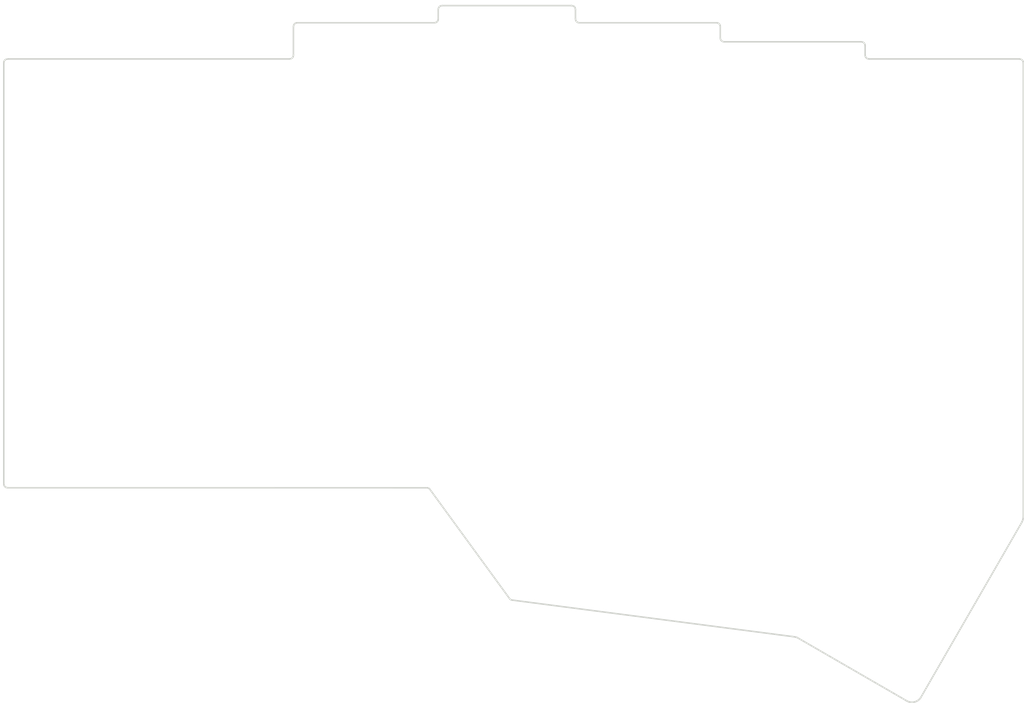
<source format=kicad_pcb>
(kicad_pcb (version 20171130) (host pcbnew "(5.1.10-1-10_14)")

  (general
    (thickness 1.6)
    (drawings 123)
    (tracks 1)
    (zones 0)
    (modules 48)
    (nets 1)
  )

  (page A4)
  (layers
    (0 F.Cu signal)
    (31 B.Cu signal)
    (32 B.Adhes user)
    (33 F.Adhes user)
    (34 B.Paste user)
    (35 F.Paste user)
    (36 B.SilkS user)
    (37 F.SilkS user)
    (38 B.Mask user)
    (39 F.Mask user)
    (40 Dwgs.User user)
    (41 Cmts.User user)
    (42 Eco1.User user)
    (43 Eco2.User user)
    (44 Edge.Cuts user)
    (45 Margin user)
    (46 B.CrtYd user)
    (47 F.CrtYd user)
    (48 B.Fab user)
    (49 F.Fab user)
  )

  (setup
    (last_trace_width 0.25)
    (trace_clearance 0.2)
    (zone_clearance 0.508)
    (zone_45_only no)
    (trace_min 0.2)
    (via_size 0.8)
    (via_drill 0.4)
    (via_min_size 0.4)
    (via_min_drill 0.3)
    (uvia_size 0.3)
    (uvia_drill 0.1)
    (uvias_allowed no)
    (uvia_min_size 0.2)
    (uvia_min_drill 0.1)
    (edge_width 0.05)
    (segment_width 0.2)
    (pcb_text_width 0.3)
    (pcb_text_size 1.5 1.5)
    (mod_edge_width 0.12)
    (mod_text_size 1 1)
    (mod_text_width 0.15)
    (pad_size 3.5 3.5)
    (pad_drill 3.5)
    (pad_to_mask_clearance 0)
    (aux_axis_origin 78.11 172.45)
    (grid_origin 78.11 172.45)
    (visible_elements FFFFF77F)
    (pcbplotparams
      (layerselection 0x010fc_ffffffff)
      (usegerberextensions true)
      (usegerberattributes false)
      (usegerberadvancedattributes false)
      (creategerberjobfile false)
      (excludeedgelayer true)
      (linewidth 0.100000)
      (plotframeref false)
      (viasonmask false)
      (mode 1)
      (useauxorigin false)
      (hpglpennumber 1)
      (hpglpenspeed 20)
      (hpglpendiameter 15.000000)
      (psnegative false)
      (psa4output false)
      (plotreference true)
      (plotvalue false)
      (plotinvisibletext false)
      (padsonsilk false)
      (subtractmaskfromsilk true)
      (outputformat 1)
      (mirror false)
      (drillshape 0)
      (scaleselection 1)
      (outputdirectory "JLC2/"))
  )

  (net 0 "")

  (net_class Default "Это класс цепей по умолчанию."
    (clearance 0.2)
    (trace_width 0.25)
    (via_dia 0.8)
    (via_drill 0.4)
    (uvia_dia 0.3)
    (uvia_drill 0.1)
  )

  (module KBD:keyswitch_cherrymx_alps_choc12_1u_HOLES (layer F.Cu) (tedit 61DDF548) (tstamp 61DD074B)
    (at 196.765 129.21 60)
    (path /5A5E37A4)
    (fp_text reference SW20 (at 7.809999 8.4 240) (layer Dwgs.User) hide
      (effects (font (size 1 1) (thickness 0.15)))
    )
    (fp_text value SW_PUSH (at -5.76 8.34 240) (layer Dwgs.User) hide
      (effects (font (size 1 1) (thickness 0.15)))
    )
    (fp_line (start 7 7) (end 7 6) (layer Dwgs.User) (width 0.15))
    (fp_line (start 6 7) (end 7 7) (layer Dwgs.User) (width 0.15))
    (fp_line (start -7 -7) (end -6 -7) (layer Dwgs.User) (width 0.15))
    (fp_line (start -7 -6) (end -7 -7) (layer Dwgs.User) (width 0.15))
    (fp_line (start -9.525 9.525) (end -9.525 -9.525) (layer Dwgs.User) (width 0.15))
    (fp_line (start 9.525 9.525) (end -9.525 9.525) (layer Dwgs.User) (width 0.15))
    (fp_line (start 9.525 -9.525) (end 9.525 9.525) (layer Dwgs.User) (width 0.15))
    (fp_line (start -9.525 -9.525) (end 9.525 -9.525) (layer Dwgs.User) (width 0.15))
    (pad "" np_thru_hole oval (at 0 5.9 60) (size 2.7 2) (drill oval 2.7 2) (layers *.Cu))
    (pad "" np_thru_hole circle (at 0 0 150) (size 4.9 4.9) (drill 4.9) (layers *.Cu))
    (pad "" np_thru_hole oval (at -5.1 3.9 60) (size 2.7 2) (drill oval 2.7 2) (layers *.Cu))
    (pad "" np_thru_hole oval (at 5.1 3.9 60) (size 2.7 2) (drill oval 2.7 2) (layers *.Cu))
    (pad "" np_thru_hole oval (at -3.12 -3.29 18) (size 2.7 4.7) (drill oval 2.7 4.7) (layers *.Cu))
    (pad "" np_thru_hole oval (at 3.12 -3.29 102) (size 2.7 4.7) (drill oval 2.7 4.7) (layers *.Cu))
    (pad "" np_thru_hole oval (at -5.31 0 150) (size 1.9 2.6) (drill oval 1.9 2.6) (layers *.Cu))
    (pad "" np_thru_hole oval (at 3.64 -5.38 330) (size 2 5.3) (drill oval 2 5.3) (layers *.Cu))
    (pad "" np_thru_hole oval (at -3.64 -5.38 330) (size 2 5.3) (drill oval 2 5.3) (layers *.Cu))
    (pad "" np_thru_hole oval (at 5.31 0 150) (size 1.9 2.6) (drill oval 1.9 2.6) (layers *.Cu))
  )

  (module KBD:keyswitch_cherrymx_alps_choc12_1u_HOLES (layer F.Cu) (tedit 61DDF548) (tstamp 61DC9318)
    (at 182.015 67.46)
    (path /5A5E295E)
    (fp_text reference SW6 (at 7.81 8.4 180) (layer Dwgs.User) hide
      (effects (font (size 1 1) (thickness 0.15)))
    )
    (fp_text value SW_PUSH (at -5.76 8.34 180) (layer Dwgs.User) hide
      (effects (font (size 1 1) (thickness 0.15)))
    )
    (fp_line (start 7 7) (end 7 6) (layer Dwgs.User) (width 0.15))
    (fp_line (start 6 7) (end 7 7) (layer Dwgs.User) (width 0.15))
    (fp_line (start -7 -7) (end -6 -7) (layer Dwgs.User) (width 0.15))
    (fp_line (start -7 -6) (end -7 -7) (layer Dwgs.User) (width 0.15))
    (fp_line (start -9.525 9.525) (end -9.525 -9.525) (layer Dwgs.User) (width 0.15))
    (fp_line (start 9.525 9.525) (end -9.525 9.525) (layer Dwgs.User) (width 0.15))
    (fp_line (start 9.525 -9.525) (end 9.525 9.525) (layer Dwgs.User) (width 0.15))
    (fp_line (start -9.525 -9.525) (end 9.525 -9.525) (layer Dwgs.User) (width 0.15))
    (pad "" np_thru_hole oval (at 0 5.9) (size 2.7 2) (drill oval 2.7 2) (layers *.Cu))
    (pad "" np_thru_hole circle (at 0 0 90) (size 4.9 4.9) (drill 4.9) (layers *.Cu))
    (pad "" np_thru_hole oval (at -5.1 3.9) (size 2.7 2) (drill oval 2.7 2) (layers *.Cu))
    (pad "" np_thru_hole oval (at 5.1 3.9) (size 2.7 2) (drill oval 2.7 2) (layers *.Cu))
    (pad "" np_thru_hole oval (at -3.12 -3.29 318) (size 2.7 4.7) (drill oval 2.7 4.7) (layers *.Cu))
    (pad "" np_thru_hole oval (at 3.12 -3.29 42) (size 2.7 4.7) (drill oval 2.7 4.7) (layers *.Cu))
    (pad "" np_thru_hole oval (at -5.31 0 90) (size 1.9 2.6) (drill oval 1.9 2.6) (layers *.Cu))
    (pad "" np_thru_hole oval (at 3.64 -5.38 270) (size 2 5.3) (drill oval 2 5.3) (layers *.Cu))
    (pad "" np_thru_hole oval (at -3.64 -5.38 270) (size 2 5.3) (drill oval 2 5.3) (layers *.Cu))
    (pad "" np_thru_hole oval (at 5.31 0 90) (size 1.9 2.6) (drill oval 1.9 2.6) (layers *.Cu))
  )

  (module KBD:keyswitch_cherrymx_alps_choc12_1u_HOLES (layer F.Cu) (tedit 61DDF548) (tstamp 61DC9302)
    (at 163.015 65.085)
    (path /5A5E2933)
    (fp_text reference SW5 (at 7.81 8.4 180) (layer Dwgs.User) hide
      (effects (font (size 1 1) (thickness 0.15)))
    )
    (fp_text value SW_PUSH (at -5.76 8.34 180) (layer Dwgs.User) hide
      (effects (font (size 1 1) (thickness 0.15)))
    )
    (fp_line (start 7 7) (end 7 6) (layer Dwgs.User) (width 0.15))
    (fp_line (start 6 7) (end 7 7) (layer Dwgs.User) (width 0.15))
    (fp_line (start -7 -7) (end -6 -7) (layer Dwgs.User) (width 0.15))
    (fp_line (start -7 -6) (end -7 -7) (layer Dwgs.User) (width 0.15))
    (fp_line (start -9.525 9.525) (end -9.525 -9.525) (layer Dwgs.User) (width 0.15))
    (fp_line (start 9.525 9.525) (end -9.525 9.525) (layer Dwgs.User) (width 0.15))
    (fp_line (start 9.525 -9.525) (end 9.525 9.525) (layer Dwgs.User) (width 0.15))
    (fp_line (start -9.525 -9.525) (end 9.525 -9.525) (layer Dwgs.User) (width 0.15))
    (pad "" np_thru_hole oval (at 0 5.9) (size 2.7 2) (drill oval 2.7 2) (layers *.Cu))
    (pad "" np_thru_hole circle (at 0 0 90) (size 4.9 4.9) (drill 4.9) (layers *.Cu))
    (pad "" np_thru_hole oval (at -5.1 3.9) (size 2.7 2) (drill oval 2.7 2) (layers *.Cu))
    (pad "" np_thru_hole oval (at 5.1 3.9) (size 2.7 2) (drill oval 2.7 2) (layers *.Cu))
    (pad "" np_thru_hole oval (at -3.12 -3.29 318) (size 2.7 4.7) (drill oval 2.7 4.7) (layers *.Cu))
    (pad "" np_thru_hole oval (at 3.12 -3.29 42) (size 2.7 4.7) (drill oval 2.7 4.7) (layers *.Cu))
    (pad "" np_thru_hole oval (at -5.31 0 90) (size 1.9 2.6) (drill oval 1.9 2.6) (layers *.Cu))
    (pad "" np_thru_hole oval (at 3.64 -5.38 270) (size 2 5.3) (drill oval 2 5.3) (layers *.Cu))
    (pad "" np_thru_hole oval (at -3.64 -5.38 270) (size 2 5.3) (drill oval 2 5.3) (layers *.Cu))
    (pad "" np_thru_hole oval (at 5.31 0 90) (size 1.9 2.6) (drill oval 1.9 2.6) (layers *.Cu))
  )

  (module KBD:keyswitch_cherrymx_alps_choc12_1u_HOLES (layer F.Cu) (tedit 61DDF548) (tstamp 61DC92EC)
    (at 144.015 62.71)
    (path /5A5E2908)
    (fp_text reference SW4 (at 7.81 8.4 180) (layer Dwgs.User) hide
      (effects (font (size 1 1) (thickness 0.15)))
    )
    (fp_text value SW_PUSH (at -5.76 8.34 180) (layer Dwgs.User) hide
      (effects (font (size 1 1) (thickness 0.15)))
    )
    (fp_line (start 7 7) (end 7 6) (layer Dwgs.User) (width 0.15))
    (fp_line (start 6 7) (end 7 7) (layer Dwgs.User) (width 0.15))
    (fp_line (start -7 -7) (end -6 -7) (layer Dwgs.User) (width 0.15))
    (fp_line (start -7 -6) (end -7 -7) (layer Dwgs.User) (width 0.15))
    (fp_line (start -9.525 9.525) (end -9.525 -9.525) (layer Dwgs.User) (width 0.15))
    (fp_line (start 9.525 9.525) (end -9.525 9.525) (layer Dwgs.User) (width 0.15))
    (fp_line (start 9.525 -9.525) (end 9.525 9.525) (layer Dwgs.User) (width 0.15))
    (fp_line (start -9.525 -9.525) (end 9.525 -9.525) (layer Dwgs.User) (width 0.15))
    (pad "" np_thru_hole oval (at 0 5.9) (size 2.7 2) (drill oval 2.7 2) (layers *.Cu))
    (pad "" np_thru_hole circle (at 0 0 90) (size 4.9 4.9) (drill 4.9) (layers *.Cu))
    (pad "" np_thru_hole oval (at -5.1 3.9) (size 2.7 2) (drill oval 2.7 2) (layers *.Cu))
    (pad "" np_thru_hole oval (at 5.1 3.9) (size 2.7 2) (drill oval 2.7 2) (layers *.Cu))
    (pad "" np_thru_hole oval (at -3.12 -3.29 318) (size 2.7 4.7) (drill oval 2.7 4.7) (layers *.Cu))
    (pad "" np_thru_hole oval (at 3.12 -3.29 42) (size 2.7 4.7) (drill oval 2.7 4.7) (layers *.Cu))
    (pad "" np_thru_hole oval (at -5.31 0 90) (size 1.9 2.6) (drill oval 1.9 2.6) (layers *.Cu))
    (pad "" np_thru_hole oval (at 3.64 -5.38 270) (size 2 5.3) (drill oval 2 5.3) (layers *.Cu))
    (pad "" np_thru_hole oval (at -3.64 -5.38 270) (size 2 5.3) (drill oval 2 5.3) (layers *.Cu))
    (pad "" np_thru_hole oval (at 5.31 0 90) (size 1.9 2.6) (drill oval 1.9 2.6) (layers *.Cu))
  )

  (module KBD:keyswitch_cherrymx_alps_choc12_1u_HOLES (layer F.Cu) (tedit 61DDF548) (tstamp 61DC92D6)
    (at 87.015 107.835)
    (path /5A5E35F9)
    (fp_text reference SW13 (at 7.81 8.4 180) (layer Dwgs.User) hide
      (effects (font (size 1 1) (thickness 0.15)))
    )
    (fp_text value SW_PUSH (at -5.76 8.34 180) (layer Dwgs.User) hide
      (effects (font (size 1 1) (thickness 0.15)))
    )
    (fp_line (start 7 7) (end 7 6) (layer Dwgs.User) (width 0.15))
    (fp_line (start 6 7) (end 7 7) (layer Dwgs.User) (width 0.15))
    (fp_line (start -7 -7) (end -6 -7) (layer Dwgs.User) (width 0.15))
    (fp_line (start -7 -6) (end -7 -7) (layer Dwgs.User) (width 0.15))
    (fp_line (start -9.525 9.525) (end -9.525 -9.525) (layer Dwgs.User) (width 0.15))
    (fp_line (start 9.525 9.525) (end -9.525 9.525) (layer Dwgs.User) (width 0.15))
    (fp_line (start 9.525 -9.525) (end 9.525 9.525) (layer Dwgs.User) (width 0.15))
    (fp_line (start -9.525 -9.525) (end 9.525 -9.525) (layer Dwgs.User) (width 0.15))
    (pad "" np_thru_hole oval (at 0 5.9) (size 2.7 2) (drill oval 2.7 2) (layers *.Cu))
    (pad "" np_thru_hole circle (at 0 0 90) (size 4.9 4.9) (drill 4.9) (layers *.Cu))
    (pad "" np_thru_hole oval (at -5.1 3.9) (size 2.7 2) (drill oval 2.7 2) (layers *.Cu))
    (pad "" np_thru_hole oval (at 5.1 3.9) (size 2.7 2) (drill oval 2.7 2) (layers *.Cu))
    (pad "" np_thru_hole oval (at -3.12 -3.29 318) (size 2.7 4.7) (drill oval 2.7 4.7) (layers *.Cu))
    (pad "" np_thru_hole oval (at 3.12 -3.29 42) (size 2.7 4.7) (drill oval 2.7 4.7) (layers *.Cu))
    (pad "" np_thru_hole oval (at -5.31 0 90) (size 1.9 2.6) (drill oval 1.9 2.6) (layers *.Cu))
    (pad "" np_thru_hole oval (at 3.64 -5.38 270) (size 2 5.3) (drill oval 2 5.3) (layers *.Cu))
    (pad "" np_thru_hole oval (at -3.64 -5.38 270) (size 2 5.3) (drill oval 2 5.3) (layers *.Cu))
    (pad "" np_thru_hole oval (at 5.31 0 90) (size 1.9 2.6) (drill oval 1.9 2.6) (layers *.Cu))
  )

  (module KBD:keyswitch_cherrymx_alps_choc12_1u_HOLES (layer F.Cu) (tedit 61DDF548) (tstamp 61DC92C0)
    (at 153.515 122.71)
    (path /5A5E37EC)
    (fp_text reference SW19 (at 7.81 8.4 180) (layer Dwgs.User) hide
      (effects (font (size 1 1) (thickness 0.15)))
    )
    (fp_text value SW_PUSH (at -5.76 8.34 180) (layer Dwgs.User) hide
      (effects (font (size 1 1) (thickness 0.15)))
    )
    (fp_line (start 7 7) (end 7 6) (layer Dwgs.User) (width 0.15))
    (fp_line (start 6 7) (end 7 7) (layer Dwgs.User) (width 0.15))
    (fp_line (start -7 -7) (end -6 -7) (layer Dwgs.User) (width 0.15))
    (fp_line (start -7 -6) (end -7 -7) (layer Dwgs.User) (width 0.15))
    (fp_line (start -9.525 9.525) (end -9.525 -9.525) (layer Dwgs.User) (width 0.15))
    (fp_line (start 9.525 9.525) (end -9.525 9.525) (layer Dwgs.User) (width 0.15))
    (fp_line (start 9.525 -9.525) (end 9.525 9.525) (layer Dwgs.User) (width 0.15))
    (fp_line (start -9.525 -9.525) (end 9.525 -9.525) (layer Dwgs.User) (width 0.15))
    (pad "" np_thru_hole oval (at 0 5.9) (size 2.7 2) (drill oval 2.7 2) (layers *.Cu))
    (pad "" np_thru_hole circle (at 0 0 90) (size 4.9 4.9) (drill 4.9) (layers *.Cu))
    (pad "" np_thru_hole oval (at -5.1 3.9) (size 2.7 2) (drill oval 2.7 2) (layers *.Cu))
    (pad "" np_thru_hole oval (at 5.1 3.9) (size 2.7 2) (drill oval 2.7 2) (layers *.Cu))
    (pad "" np_thru_hole oval (at -3.12 -3.29 318) (size 2.7 4.7) (drill oval 2.7 4.7) (layers *.Cu))
    (pad "" np_thru_hole oval (at 3.12 -3.29 42) (size 2.7 4.7) (drill oval 2.7 4.7) (layers *.Cu))
    (pad "" np_thru_hole oval (at -5.31 0 90) (size 1.9 2.6) (drill oval 1.9 2.6) (layers *.Cu))
    (pad "" np_thru_hole oval (at 3.64 -5.38 270) (size 2 5.3) (drill oval 2 5.3) (layers *.Cu))
    (pad "" np_thru_hole oval (at -3.64 -5.38 270) (size 2 5.3) (drill oval 2 5.3) (layers *.Cu))
    (pad "" np_thru_hole oval (at 5.31 0 90) (size 1.9 2.6) (drill oval 1.9 2.6) (layers *.Cu))
  )

  (module KBD:keyswitch_cherrymx_alps_choc12_1u_HOLES (layer F.Cu) (tedit 61DDF548) (tstamp 61DC92AA)
    (at 163.015 103.085)
    (path /5A5E35CF)
    (fp_text reference SW17 (at 7.81 8.4 180) (layer Dwgs.User) hide
      (effects (font (size 1 1) (thickness 0.15)))
    )
    (fp_text value SW_PUSH (at -5.76 8.34 180) (layer Dwgs.User) hide
      (effects (font (size 1 1) (thickness 0.15)))
    )
    (fp_line (start 7 7) (end 7 6) (layer Dwgs.User) (width 0.15))
    (fp_line (start 6 7) (end 7 7) (layer Dwgs.User) (width 0.15))
    (fp_line (start -7 -7) (end -6 -7) (layer Dwgs.User) (width 0.15))
    (fp_line (start -7 -6) (end -7 -7) (layer Dwgs.User) (width 0.15))
    (fp_line (start -9.525 9.525) (end -9.525 -9.525) (layer Dwgs.User) (width 0.15))
    (fp_line (start 9.525 9.525) (end -9.525 9.525) (layer Dwgs.User) (width 0.15))
    (fp_line (start 9.525 -9.525) (end 9.525 9.525) (layer Dwgs.User) (width 0.15))
    (fp_line (start -9.525 -9.525) (end 9.525 -9.525) (layer Dwgs.User) (width 0.15))
    (pad "" np_thru_hole oval (at 0 5.9) (size 2.7 2) (drill oval 2.7 2) (layers *.Cu))
    (pad "" np_thru_hole circle (at 0 0 90) (size 4.9 4.9) (drill 4.9) (layers *.Cu))
    (pad "" np_thru_hole oval (at -5.1 3.9) (size 2.7 2) (drill oval 2.7 2) (layers *.Cu))
    (pad "" np_thru_hole oval (at 5.1 3.9) (size 2.7 2) (drill oval 2.7 2) (layers *.Cu))
    (pad "" np_thru_hole oval (at -3.12 -3.29 318) (size 2.7 4.7) (drill oval 2.7 4.7) (layers *.Cu))
    (pad "" np_thru_hole oval (at 3.12 -3.29 42) (size 2.7 4.7) (drill oval 2.7 4.7) (layers *.Cu))
    (pad "" np_thru_hole oval (at -5.31 0 90) (size 1.9 2.6) (drill oval 1.9 2.6) (layers *.Cu))
    (pad "" np_thru_hole oval (at 3.64 -5.38 270) (size 2 5.3) (drill oval 2 5.3) (layers *.Cu))
    (pad "" np_thru_hole oval (at -3.64 -5.38 270) (size 2 5.3) (drill oval 2 5.3) (layers *.Cu))
    (pad "" np_thru_hole oval (at 5.31 0 90) (size 1.9 2.6) (drill oval 1.9 2.6) (layers *.Cu))
  )

  (module KBD:keyswitch_cherrymx_alps_choc12_1u_HOLES (layer F.Cu) (tedit 61DDF548) (tstamp 61DC9294)
    (at 144.015 100.71)
    (path /5A5E35C9)
    (fp_text reference SW16 (at 7.81 8.4 180) (layer Dwgs.User) hide
      (effects (font (size 1 1) (thickness 0.15)))
    )
    (fp_text value SW_PUSH (at -5.76 8.34 180) (layer Dwgs.User) hide
      (effects (font (size 1 1) (thickness 0.15)))
    )
    (fp_line (start 7 7) (end 7 6) (layer Dwgs.User) (width 0.15))
    (fp_line (start 6 7) (end 7 7) (layer Dwgs.User) (width 0.15))
    (fp_line (start -7 -7) (end -6 -7) (layer Dwgs.User) (width 0.15))
    (fp_line (start -7 -6) (end -7 -7) (layer Dwgs.User) (width 0.15))
    (fp_line (start -9.525 9.525) (end -9.525 -9.525) (layer Dwgs.User) (width 0.15))
    (fp_line (start 9.525 9.525) (end -9.525 9.525) (layer Dwgs.User) (width 0.15))
    (fp_line (start 9.525 -9.525) (end 9.525 9.525) (layer Dwgs.User) (width 0.15))
    (fp_line (start -9.525 -9.525) (end 9.525 -9.525) (layer Dwgs.User) (width 0.15))
    (pad "" np_thru_hole oval (at 0 5.9) (size 2.7 2) (drill oval 2.7 2) (layers *.Cu))
    (pad "" np_thru_hole circle (at 0 0 90) (size 4.9 4.9) (drill 4.9) (layers *.Cu))
    (pad "" np_thru_hole oval (at -5.1 3.9) (size 2.7 2) (drill oval 2.7 2) (layers *.Cu))
    (pad "" np_thru_hole oval (at 5.1 3.9) (size 2.7 2) (drill oval 2.7 2) (layers *.Cu))
    (pad "" np_thru_hole oval (at -3.12 -3.29 318) (size 2.7 4.7) (drill oval 2.7 4.7) (layers *.Cu))
    (pad "" np_thru_hole oval (at 3.12 -3.29 42) (size 2.7 4.7) (drill oval 2.7 4.7) (layers *.Cu))
    (pad "" np_thru_hole oval (at -5.31 0 90) (size 1.9 2.6) (drill oval 1.9 2.6) (layers *.Cu))
    (pad "" np_thru_hole oval (at 3.64 -5.38 270) (size 2 5.3) (drill oval 2 5.3) (layers *.Cu))
    (pad "" np_thru_hole oval (at -3.64 -5.38 270) (size 2 5.3) (drill oval 2 5.3) (layers *.Cu))
    (pad "" np_thru_hole oval (at 5.31 0 90) (size 1.9 2.6) (drill oval 1.9 2.6) (layers *.Cu))
  )

  (module KBD:keyswitch_cherrymx_alps_choc12_1u_HOLES (layer F.Cu) (tedit 61DDF548) (tstamp 61DC927E)
    (at 125.015 103.085)
    (path /5A5E35BD)
    (fp_text reference SW15 (at 7.81 8.4 180) (layer Dwgs.User) hide
      (effects (font (size 1 1) (thickness 0.15)))
    )
    (fp_text value SW_PUSH (at -5.76 8.34 180) (layer Dwgs.User) hide
      (effects (font (size 1 1) (thickness 0.15)))
    )
    (fp_line (start 7 7) (end 7 6) (layer Dwgs.User) (width 0.15))
    (fp_line (start 6 7) (end 7 7) (layer Dwgs.User) (width 0.15))
    (fp_line (start -7 -7) (end -6 -7) (layer Dwgs.User) (width 0.15))
    (fp_line (start -7 -6) (end -7 -7) (layer Dwgs.User) (width 0.15))
    (fp_line (start -9.525 9.525) (end -9.525 -9.525) (layer Dwgs.User) (width 0.15))
    (fp_line (start 9.525 9.525) (end -9.525 9.525) (layer Dwgs.User) (width 0.15))
    (fp_line (start 9.525 -9.525) (end 9.525 9.525) (layer Dwgs.User) (width 0.15))
    (fp_line (start -9.525 -9.525) (end 9.525 -9.525) (layer Dwgs.User) (width 0.15))
    (pad "" np_thru_hole oval (at 0 5.9) (size 2.7 2) (drill oval 2.7 2) (layers *.Cu))
    (pad "" np_thru_hole circle (at 0 0 90) (size 4.9 4.9) (drill 4.9) (layers *.Cu))
    (pad "" np_thru_hole oval (at -5.1 3.9) (size 2.7 2) (drill oval 2.7 2) (layers *.Cu))
    (pad "" np_thru_hole oval (at 5.1 3.9) (size 2.7 2) (drill oval 2.7 2) (layers *.Cu))
    (pad "" np_thru_hole oval (at -3.12 -3.29 318) (size 2.7 4.7) (drill oval 2.7 4.7) (layers *.Cu))
    (pad "" np_thru_hole oval (at 3.12 -3.29 42) (size 2.7 4.7) (drill oval 2.7 4.7) (layers *.Cu))
    (pad "" np_thru_hole oval (at -5.31 0 90) (size 1.9 2.6) (drill oval 1.9 2.6) (layers *.Cu))
    (pad "" np_thru_hole oval (at 3.64 -5.38 270) (size 2 5.3) (drill oval 2 5.3) (layers *.Cu))
    (pad "" np_thru_hole oval (at -3.64 -5.38 270) (size 2 5.3) (drill oval 2 5.3) (layers *.Cu))
    (pad "" np_thru_hole oval (at 5.31 0 90) (size 1.9 2.6) (drill oval 1.9 2.6) (layers *.Cu))
  )

  (module KBD:keyswitch_cherrymx_alps_choc12_1u_HOLES (layer F.Cu) (tedit 61DDF548) (tstamp 61DC9268)
    (at 144.015 81.71)
    (path /5A5E2D3E)
    (fp_text reference SW10 (at 7.81 8.4 180) (layer Dwgs.User) hide
      (effects (font (size 1 1) (thickness 0.15)))
    )
    (fp_text value SW_PUSH (at -5.76 8.34 180) (layer Dwgs.User) hide
      (effects (font (size 1 1) (thickness 0.15)))
    )
    (fp_line (start 7 7) (end 7 6) (layer Dwgs.User) (width 0.15))
    (fp_line (start 6 7) (end 7 7) (layer Dwgs.User) (width 0.15))
    (fp_line (start -7 -7) (end -6 -7) (layer Dwgs.User) (width 0.15))
    (fp_line (start -7 -6) (end -7 -7) (layer Dwgs.User) (width 0.15))
    (fp_line (start -9.525 9.525) (end -9.525 -9.525) (layer Dwgs.User) (width 0.15))
    (fp_line (start 9.525 9.525) (end -9.525 9.525) (layer Dwgs.User) (width 0.15))
    (fp_line (start 9.525 -9.525) (end 9.525 9.525) (layer Dwgs.User) (width 0.15))
    (fp_line (start -9.525 -9.525) (end 9.525 -9.525) (layer Dwgs.User) (width 0.15))
    (pad "" np_thru_hole oval (at 0 5.9) (size 2.7 2) (drill oval 2.7 2) (layers *.Cu))
    (pad "" np_thru_hole circle (at 0 0 90) (size 4.9 4.9) (drill 4.9) (layers *.Cu))
    (pad "" np_thru_hole oval (at -5.1 3.9) (size 2.7 2) (drill oval 2.7 2) (layers *.Cu))
    (pad "" np_thru_hole oval (at 5.1 3.9) (size 2.7 2) (drill oval 2.7 2) (layers *.Cu))
    (pad "" np_thru_hole oval (at -3.12 -3.29 318) (size 2.7 4.7) (drill oval 2.7 4.7) (layers *.Cu))
    (pad "" np_thru_hole oval (at 3.12 -3.29 42) (size 2.7 4.7) (drill oval 2.7 4.7) (layers *.Cu))
    (pad "" np_thru_hole oval (at -5.31 0 90) (size 1.9 2.6) (drill oval 1.9 2.6) (layers *.Cu))
    (pad "" np_thru_hole oval (at 3.64 -5.38 270) (size 2 5.3) (drill oval 2 5.3) (layers *.Cu))
    (pad "" np_thru_hole oval (at -3.64 -5.38 270) (size 2 5.3) (drill oval 2 5.3) (layers *.Cu))
    (pad "" np_thru_hole oval (at 5.31 0 90) (size 1.9 2.6) (drill oval 1.9 2.6) (layers *.Cu))
  )

  (module KBD:keyswitch_cherrymx_alps_choc12_1u_HOLES (layer F.Cu) (tedit 61DDF548) (tstamp 61DC9252)
    (at 174.515 125.46 345)
    (path /5A5E37A4)
    (fp_text reference SW20 (at 7.81 8.4 345) (layer Dwgs.User) hide
      (effects (font (size 1 1) (thickness 0.15)))
    )
    (fp_text value SW_PUSH (at -5.76 8.34 345) (layer Dwgs.User) hide
      (effects (font (size 1 1) (thickness 0.15)))
    )
    (fp_line (start 7 7) (end 7 6) (layer Dwgs.User) (width 0.15))
    (fp_line (start 6 7) (end 7 7) (layer Dwgs.User) (width 0.15))
    (fp_line (start -7 -7) (end -6 -7) (layer Dwgs.User) (width 0.15))
    (fp_line (start -7 -6) (end -7 -7) (layer Dwgs.User) (width 0.15))
    (fp_line (start -9.525 9.525) (end -9.525 -9.525) (layer Dwgs.User) (width 0.15))
    (fp_line (start 9.525 9.525) (end -9.525 9.525) (layer Dwgs.User) (width 0.15))
    (fp_line (start 9.525 -9.525) (end 9.525 9.525) (layer Dwgs.User) (width 0.15))
    (fp_line (start -9.525 -9.525) (end 9.525 -9.525) (layer Dwgs.User) (width 0.15))
    (pad "" np_thru_hole oval (at 0 5.9 345) (size 2.7 2) (drill oval 2.7 2) (layers *.Cu))
    (pad "" np_thru_hole circle (at 0 0 75) (size 4.9 4.9) (drill 4.9) (layers *.Cu))
    (pad "" np_thru_hole oval (at -5.1 3.9 345) (size 2.7 2) (drill oval 2.7 2) (layers *.Cu))
    (pad "" np_thru_hole oval (at 5.1 3.9 345) (size 2.7 2) (drill oval 2.7 2) (layers *.Cu))
    (pad "" np_thru_hole oval (at -3.12 -3.29 303) (size 2.7 4.7) (drill oval 2.7 4.7) (layers *.Cu))
    (pad "" np_thru_hole oval (at 3.12 -3.29 27) (size 2.7 4.7) (drill oval 2.7 4.7) (layers *.Cu))
    (pad "" np_thru_hole oval (at -5.31 0 75) (size 1.9 2.6) (drill oval 1.9 2.6) (layers *.Cu))
    (pad "" np_thru_hole oval (at 3.64 -5.38 255) (size 2 5.3) (drill oval 2 5.3) (layers *.Cu))
    (pad "" np_thru_hole oval (at -3.64 -5.38 255) (size 2 5.3) (drill oval 2 5.3) (layers *.Cu))
    (pad "" np_thru_hole oval (at 5.31 0 75) (size 1.9 2.6) (drill oval 1.9 2.6) (layers *.Cu))
  )

  (module KBD:keyswitch_cherrymx_alps_choc12_1u_HOLES (layer F.Cu) (tedit 61DDF548) (tstamp 61DC923C)
    (at 182.015 86.46)
    (path /5A5E2D4A)
    (fp_text reference SW12 (at 7.81 8.4 180) (layer Dwgs.User) hide
      (effects (font (size 1 1) (thickness 0.15)))
    )
    (fp_text value SW_PUSH (at -5.76 8.34 180) (layer Dwgs.User) hide
      (effects (font (size 1 1) (thickness 0.15)))
    )
    (fp_line (start 7 7) (end 7 6) (layer Dwgs.User) (width 0.15))
    (fp_line (start 6 7) (end 7 7) (layer Dwgs.User) (width 0.15))
    (fp_line (start -7 -7) (end -6 -7) (layer Dwgs.User) (width 0.15))
    (fp_line (start -7 -6) (end -7 -7) (layer Dwgs.User) (width 0.15))
    (fp_line (start -9.525 9.525) (end -9.525 -9.525) (layer Dwgs.User) (width 0.15))
    (fp_line (start 9.525 9.525) (end -9.525 9.525) (layer Dwgs.User) (width 0.15))
    (fp_line (start 9.525 -9.525) (end 9.525 9.525) (layer Dwgs.User) (width 0.15))
    (fp_line (start -9.525 -9.525) (end 9.525 -9.525) (layer Dwgs.User) (width 0.15))
    (pad "" np_thru_hole oval (at 0 5.9) (size 2.7 2) (drill oval 2.7 2) (layers *.Cu))
    (pad "" np_thru_hole circle (at 0 0 90) (size 4.9 4.9) (drill 4.9) (layers *.Cu))
    (pad "" np_thru_hole oval (at -5.1 3.9) (size 2.7 2) (drill oval 2.7 2) (layers *.Cu))
    (pad "" np_thru_hole oval (at 5.1 3.9) (size 2.7 2) (drill oval 2.7 2) (layers *.Cu))
    (pad "" np_thru_hole oval (at -3.12 -3.29 318) (size 2.7 4.7) (drill oval 2.7 4.7) (layers *.Cu))
    (pad "" np_thru_hole oval (at 3.12 -3.29 42) (size 2.7 4.7) (drill oval 2.7 4.7) (layers *.Cu))
    (pad "" np_thru_hole oval (at -5.31 0 90) (size 1.9 2.6) (drill oval 1.9 2.6) (layers *.Cu))
    (pad "" np_thru_hole oval (at 3.64 -5.38 270) (size 2 5.3) (drill oval 2 5.3) (layers *.Cu))
    (pad "" np_thru_hole oval (at -3.64 -5.38 270) (size 2 5.3) (drill oval 2 5.3) (layers *.Cu))
    (pad "" np_thru_hole oval (at 5.31 0 90) (size 1.9 2.6) (drill oval 1.9 2.6) (layers *.Cu))
  )

  (module KBD:keyswitch_cherrymx_alps_choc12_1u_HOLES (layer F.Cu) (tedit 61DDF548) (tstamp 61DC9226)
    (at 106.015 107.835)
    (path /5A5E35B1)
    (fp_text reference SW14 (at 7.81 8.4 180) (layer Dwgs.User) hide
      (effects (font (size 1 1) (thickness 0.15)))
    )
    (fp_text value SW_PUSH (at -5.76 8.34 180) (layer Dwgs.User) hide
      (effects (font (size 1 1) (thickness 0.15)))
    )
    (fp_line (start 7 7) (end 7 6) (layer Dwgs.User) (width 0.15))
    (fp_line (start 6 7) (end 7 7) (layer Dwgs.User) (width 0.15))
    (fp_line (start -7 -7) (end -6 -7) (layer Dwgs.User) (width 0.15))
    (fp_line (start -7 -6) (end -7 -7) (layer Dwgs.User) (width 0.15))
    (fp_line (start -9.525 9.525) (end -9.525 -9.525) (layer Dwgs.User) (width 0.15))
    (fp_line (start 9.525 9.525) (end -9.525 9.525) (layer Dwgs.User) (width 0.15))
    (fp_line (start 9.525 -9.525) (end 9.525 9.525) (layer Dwgs.User) (width 0.15))
    (fp_line (start -9.525 -9.525) (end 9.525 -9.525) (layer Dwgs.User) (width 0.15))
    (pad "" np_thru_hole oval (at 0 5.9) (size 2.7 2) (drill oval 2.7 2) (layers *.Cu))
    (pad "" np_thru_hole circle (at 0 0 90) (size 4.9 4.9) (drill 4.9) (layers *.Cu))
    (pad "" np_thru_hole oval (at -5.1 3.9) (size 2.7 2) (drill oval 2.7 2) (layers *.Cu))
    (pad "" np_thru_hole oval (at 5.1 3.9) (size 2.7 2) (drill oval 2.7 2) (layers *.Cu))
    (pad "" np_thru_hole oval (at -3.12 -3.29 318) (size 2.7 4.7) (drill oval 2.7 4.7) (layers *.Cu))
    (pad "" np_thru_hole oval (at 3.12 -3.29 42) (size 2.7 4.7) (drill oval 2.7 4.7) (layers *.Cu))
    (pad "" np_thru_hole oval (at -5.31 0 90) (size 1.9 2.6) (drill oval 1.9 2.6) (layers *.Cu))
    (pad "" np_thru_hole oval (at 3.64 -5.38 270) (size 2 5.3) (drill oval 2 5.3) (layers *.Cu))
    (pad "" np_thru_hole oval (at -3.64 -5.38 270) (size 2 5.3) (drill oval 2 5.3) (layers *.Cu))
    (pad "" np_thru_hole oval (at 5.31 0 90) (size 1.9 2.6) (drill oval 1.9 2.6) (layers *.Cu))
  )

  (module KBD:keyswitch_cherrymx_alps_choc12_1u_HOLES (layer F.Cu) (tedit 61DDF548) (tstamp 61DC9210)
    (at 125.015 65.085)
    (path /5A5E27F9)
    (fp_text reference SW3 (at 7.81 8.4 180) (layer Dwgs.User) hide
      (effects (font (size 1 1) (thickness 0.15)))
    )
    (fp_text value SW_PUSH (at -5.76 8.34 180) (layer Dwgs.User) hide
      (effects (font (size 1 1) (thickness 0.15)))
    )
    (fp_line (start 7 7) (end 7 6) (layer Dwgs.User) (width 0.15))
    (fp_line (start 6 7) (end 7 7) (layer Dwgs.User) (width 0.15))
    (fp_line (start -7 -7) (end -6 -7) (layer Dwgs.User) (width 0.15))
    (fp_line (start -7 -6) (end -7 -7) (layer Dwgs.User) (width 0.15))
    (fp_line (start -9.525 9.525) (end -9.525 -9.525) (layer Dwgs.User) (width 0.15))
    (fp_line (start 9.525 9.525) (end -9.525 9.525) (layer Dwgs.User) (width 0.15))
    (fp_line (start 9.525 -9.525) (end 9.525 9.525) (layer Dwgs.User) (width 0.15))
    (fp_line (start -9.525 -9.525) (end 9.525 -9.525) (layer Dwgs.User) (width 0.15))
    (pad "" np_thru_hole oval (at 0 5.9) (size 2.7 2) (drill oval 2.7 2) (layers *.Cu))
    (pad "" np_thru_hole circle (at 0 0 90) (size 4.9 4.9) (drill 4.9) (layers *.Cu))
    (pad "" np_thru_hole oval (at -5.1 3.9) (size 2.7 2) (drill oval 2.7 2) (layers *.Cu))
    (pad "" np_thru_hole oval (at 5.1 3.9) (size 2.7 2) (drill oval 2.7 2) (layers *.Cu))
    (pad "" np_thru_hole oval (at -3.12 -3.29 318) (size 2.7 4.7) (drill oval 2.7 4.7) (layers *.Cu))
    (pad "" np_thru_hole oval (at 3.12 -3.29 42) (size 2.7 4.7) (drill oval 2.7 4.7) (layers *.Cu))
    (pad "" np_thru_hole oval (at -5.31 0 90) (size 1.9 2.6) (drill oval 1.9 2.6) (layers *.Cu))
    (pad "" np_thru_hole oval (at 3.64 -5.38 270) (size 2 5.3) (drill oval 2 5.3) (layers *.Cu))
    (pad "" np_thru_hole oval (at -3.64 -5.38 270) (size 2 5.3) (drill oval 2 5.3) (layers *.Cu))
    (pad "" np_thru_hole oval (at 5.31 0 90) (size 1.9 2.6) (drill oval 1.9 2.6) (layers *.Cu))
  )

  (module KBD:keyswitch_cherrymx_alps_choc12_1u_HOLES (layer F.Cu) (tedit 61DDF548) (tstamp 61DC91FA)
    (at 125.015 84.085)
    (path /5A5E2D32)
    (fp_text reference SW9 (at 7.81 8.4 180) (layer Dwgs.User) hide
      (effects (font (size 1 1) (thickness 0.15)))
    )
    (fp_text value SW_PUSH (at -5.76 8.34 180) (layer Dwgs.User) hide
      (effects (font (size 1 1) (thickness 0.15)))
    )
    (fp_line (start 7 7) (end 7 6) (layer Dwgs.User) (width 0.15))
    (fp_line (start 6 7) (end 7 7) (layer Dwgs.User) (width 0.15))
    (fp_line (start -7 -7) (end -6 -7) (layer Dwgs.User) (width 0.15))
    (fp_line (start -7 -6) (end -7 -7) (layer Dwgs.User) (width 0.15))
    (fp_line (start -9.525 9.525) (end -9.525 -9.525) (layer Dwgs.User) (width 0.15))
    (fp_line (start 9.525 9.525) (end -9.525 9.525) (layer Dwgs.User) (width 0.15))
    (fp_line (start 9.525 -9.525) (end 9.525 9.525) (layer Dwgs.User) (width 0.15))
    (fp_line (start -9.525 -9.525) (end 9.525 -9.525) (layer Dwgs.User) (width 0.15))
    (pad "" np_thru_hole oval (at 0 5.9) (size 2.7 2) (drill oval 2.7 2) (layers *.Cu))
    (pad "" np_thru_hole circle (at 0 0 90) (size 4.9 4.9) (drill 4.9) (layers *.Cu))
    (pad "" np_thru_hole oval (at -5.1 3.9) (size 2.7 2) (drill oval 2.7 2) (layers *.Cu))
    (pad "" np_thru_hole oval (at 5.1 3.9) (size 2.7 2) (drill oval 2.7 2) (layers *.Cu))
    (pad "" np_thru_hole oval (at -3.12 -3.29 318) (size 2.7 4.7) (drill oval 2.7 4.7) (layers *.Cu))
    (pad "" np_thru_hole oval (at 3.12 -3.29 42) (size 2.7 4.7) (drill oval 2.7 4.7) (layers *.Cu))
    (pad "" np_thru_hole oval (at -5.31 0 90) (size 1.9 2.6) (drill oval 1.9 2.6) (layers *.Cu))
    (pad "" np_thru_hole oval (at 3.64 -5.38 270) (size 2 5.3) (drill oval 2 5.3) (layers *.Cu))
    (pad "" np_thru_hole oval (at -3.64 -5.38 270) (size 2 5.3) (drill oval 2 5.3) (layers *.Cu))
    (pad "" np_thru_hole oval (at 5.31 0 90) (size 1.9 2.6) (drill oval 1.9 2.6) (layers *.Cu))
  )

  (module KBD:keyswitch_cherrymx_alps_choc12_1u_HOLES (layer F.Cu) (tedit 61DDF548) (tstamp 61DC91E4)
    (at 106.015 69.835)
    (path /5A5E2699)
    (fp_text reference SW2 (at 7.81 8.4 180) (layer Dwgs.User) hide
      (effects (font (size 1 1) (thickness 0.15)))
    )
    (fp_text value SW_PUSH (at -5.76 8.34 180) (layer Dwgs.User) hide
      (effects (font (size 1 1) (thickness 0.15)))
    )
    (fp_line (start 7 7) (end 7 6) (layer Dwgs.User) (width 0.15))
    (fp_line (start 6 7) (end 7 7) (layer Dwgs.User) (width 0.15))
    (fp_line (start -7 -7) (end -6 -7) (layer Dwgs.User) (width 0.15))
    (fp_line (start -7 -6) (end -7 -7) (layer Dwgs.User) (width 0.15))
    (fp_line (start -9.525 9.525) (end -9.525 -9.525) (layer Dwgs.User) (width 0.15))
    (fp_line (start 9.525 9.525) (end -9.525 9.525) (layer Dwgs.User) (width 0.15))
    (fp_line (start 9.525 -9.525) (end 9.525 9.525) (layer Dwgs.User) (width 0.15))
    (fp_line (start -9.525 -9.525) (end 9.525 -9.525) (layer Dwgs.User) (width 0.15))
    (pad "" np_thru_hole oval (at 0 5.9) (size 2.7 2) (drill oval 2.7 2) (layers *.Cu))
    (pad "" np_thru_hole circle (at 0 0 90) (size 4.9 4.9) (drill 4.9) (layers *.Cu))
    (pad "" np_thru_hole oval (at -5.1 3.9) (size 2.7 2) (drill oval 2.7 2) (layers *.Cu))
    (pad "" np_thru_hole oval (at 5.1 3.9) (size 2.7 2) (drill oval 2.7 2) (layers *.Cu))
    (pad "" np_thru_hole oval (at -3.12 -3.29 318) (size 2.7 4.7) (drill oval 2.7 4.7) (layers *.Cu))
    (pad "" np_thru_hole oval (at 3.12 -3.29 42) (size 2.7 4.7) (drill oval 2.7 4.7) (layers *.Cu))
    (pad "" np_thru_hole oval (at -5.31 0 90) (size 1.9 2.6) (drill oval 1.9 2.6) (layers *.Cu))
    (pad "" np_thru_hole oval (at 3.64 -5.38 270) (size 2 5.3) (drill oval 2 5.3) (layers *.Cu))
    (pad "" np_thru_hole oval (at -3.64 -5.38 270) (size 2 5.3) (drill oval 2 5.3) (layers *.Cu))
    (pad "" np_thru_hole oval (at 5.31 0 90) (size 1.9 2.6) (drill oval 1.9 2.6) (layers *.Cu))
  )

  (module KBD:keyswitch_cherrymx_alps_choc12_1u_HOLES (layer F.Cu) (tedit 61DDF548) (tstamp 61DC91CE)
    (at 87.015 88.835)
    (path /5A5E2D6E)
    (fp_text reference SW7 (at 7.81 8.4 180) (layer Dwgs.User) hide
      (effects (font (size 1 1) (thickness 0.15)))
    )
    (fp_text value SW_PUSH (at -5.76 8.34 180) (layer Dwgs.User) hide
      (effects (font (size 1 1) (thickness 0.15)))
    )
    (fp_line (start 7 7) (end 7 6) (layer Dwgs.User) (width 0.15))
    (fp_line (start 6 7) (end 7 7) (layer Dwgs.User) (width 0.15))
    (fp_line (start -7 -7) (end -6 -7) (layer Dwgs.User) (width 0.15))
    (fp_line (start -7 -6) (end -7 -7) (layer Dwgs.User) (width 0.15))
    (fp_line (start -9.525 9.525) (end -9.525 -9.525) (layer Dwgs.User) (width 0.15))
    (fp_line (start 9.525 9.525) (end -9.525 9.525) (layer Dwgs.User) (width 0.15))
    (fp_line (start 9.525 -9.525) (end 9.525 9.525) (layer Dwgs.User) (width 0.15))
    (fp_line (start -9.525 -9.525) (end 9.525 -9.525) (layer Dwgs.User) (width 0.15))
    (pad "" np_thru_hole oval (at 0 5.9) (size 2.7 2) (drill oval 2.7 2) (layers *.Cu))
    (pad "" np_thru_hole circle (at 0 0 90) (size 4.9 4.9) (drill 4.9) (layers *.Cu))
    (pad "" np_thru_hole oval (at -5.1 3.9) (size 2.7 2) (drill oval 2.7 2) (layers *.Cu))
    (pad "" np_thru_hole oval (at 5.1 3.9) (size 2.7 2) (drill oval 2.7 2) (layers *.Cu))
    (pad "" np_thru_hole oval (at -3.12 -3.29 318) (size 2.7 4.7) (drill oval 2.7 4.7) (layers *.Cu))
    (pad "" np_thru_hole oval (at 3.12 -3.29 42) (size 2.7 4.7) (drill oval 2.7 4.7) (layers *.Cu))
    (pad "" np_thru_hole oval (at -5.31 0 90) (size 1.9 2.6) (drill oval 1.9 2.6) (layers *.Cu))
    (pad "" np_thru_hole oval (at 3.64 -5.38 270) (size 2 5.3) (drill oval 2 5.3) (layers *.Cu))
    (pad "" np_thru_hole oval (at -3.64 -5.38 270) (size 2 5.3) (drill oval 2 5.3) (layers *.Cu))
    (pad "" np_thru_hole oval (at 5.31 0 90) (size 1.9 2.6) (drill oval 1.9 2.6) (layers *.Cu))
  )

  (module KBD:keyswitch_cherrymx_alps_choc12_1u_HOLES (layer F.Cu) (tedit 61DDF548) (tstamp 61DC91B8)
    (at 106.015 88.835)
    (path /5A5E2D26)
    (fp_text reference SW8 (at 7.81 8.4 180) (layer Dwgs.User) hide
      (effects (font (size 1 1) (thickness 0.15)))
    )
    (fp_text value SW_PUSH (at -5.76 8.34 180) (layer Dwgs.User) hide
      (effects (font (size 1 1) (thickness 0.15)))
    )
    (fp_line (start 7 7) (end 7 6) (layer Dwgs.User) (width 0.15))
    (fp_line (start 6 7) (end 7 7) (layer Dwgs.User) (width 0.15))
    (fp_line (start -7 -7) (end -6 -7) (layer Dwgs.User) (width 0.15))
    (fp_line (start -7 -6) (end -7 -7) (layer Dwgs.User) (width 0.15))
    (fp_line (start -9.525 9.525) (end -9.525 -9.525) (layer Dwgs.User) (width 0.15))
    (fp_line (start 9.525 9.525) (end -9.525 9.525) (layer Dwgs.User) (width 0.15))
    (fp_line (start 9.525 -9.525) (end 9.525 9.525) (layer Dwgs.User) (width 0.15))
    (fp_line (start -9.525 -9.525) (end 9.525 -9.525) (layer Dwgs.User) (width 0.15))
    (pad "" np_thru_hole oval (at 0 5.9) (size 2.7 2) (drill oval 2.7 2) (layers *.Cu))
    (pad "" np_thru_hole circle (at 0 0 90) (size 4.9 4.9) (drill 4.9) (layers *.Cu))
    (pad "" np_thru_hole oval (at -5.1 3.9) (size 2.7 2) (drill oval 2.7 2) (layers *.Cu))
    (pad "" np_thru_hole oval (at 5.1 3.9) (size 2.7 2) (drill oval 2.7 2) (layers *.Cu))
    (pad "" np_thru_hole oval (at -3.12 -3.29 318) (size 2.7 4.7) (drill oval 2.7 4.7) (layers *.Cu))
    (pad "" np_thru_hole oval (at 3.12 -3.29 42) (size 2.7 4.7) (drill oval 2.7 4.7) (layers *.Cu))
    (pad "" np_thru_hole oval (at -5.31 0 90) (size 1.9 2.6) (drill oval 1.9 2.6) (layers *.Cu))
    (pad "" np_thru_hole oval (at 3.64 -5.38 270) (size 2 5.3) (drill oval 2 5.3) (layers *.Cu))
    (pad "" np_thru_hole oval (at -3.64 -5.38 270) (size 2 5.3) (drill oval 2 5.3) (layers *.Cu))
    (pad "" np_thru_hole oval (at 5.31 0 90) (size 1.9 2.6) (drill oval 1.9 2.6) (layers *.Cu))
  )

  (module KBD:keyswitch_cherrymx_alps_choc12_1u_HOLES (layer F.Cu) (tedit 61DDF548) (tstamp 61DC91A2)
    (at 163.015 84.085)
    (path /5A5E2D44)
    (fp_text reference SW11 (at 7.81 8.4 180) (layer Dwgs.User) hide
      (effects (font (size 1 1) (thickness 0.15)))
    )
    (fp_text value SW_PUSH (at -5.76 8.34 180) (layer Dwgs.User) hide
      (effects (font (size 1 1) (thickness 0.15)))
    )
    (fp_line (start 7 7) (end 7 6) (layer Dwgs.User) (width 0.15))
    (fp_line (start 6 7) (end 7 7) (layer Dwgs.User) (width 0.15))
    (fp_line (start -7 -7) (end -6 -7) (layer Dwgs.User) (width 0.15))
    (fp_line (start -7 -6) (end -7 -7) (layer Dwgs.User) (width 0.15))
    (fp_line (start -9.525 9.525) (end -9.525 -9.525) (layer Dwgs.User) (width 0.15))
    (fp_line (start 9.525 9.525) (end -9.525 9.525) (layer Dwgs.User) (width 0.15))
    (fp_line (start 9.525 -9.525) (end 9.525 9.525) (layer Dwgs.User) (width 0.15))
    (fp_line (start -9.525 -9.525) (end 9.525 -9.525) (layer Dwgs.User) (width 0.15))
    (pad "" np_thru_hole oval (at 0 5.9) (size 2.7 2) (drill oval 2.7 2) (layers *.Cu))
    (pad "" np_thru_hole circle (at 0 0 90) (size 4.9 4.9) (drill 4.9) (layers *.Cu))
    (pad "" np_thru_hole oval (at -5.1 3.9) (size 2.7 2) (drill oval 2.7 2) (layers *.Cu))
    (pad "" np_thru_hole oval (at 5.1 3.9) (size 2.7 2) (drill oval 2.7 2) (layers *.Cu))
    (pad "" np_thru_hole oval (at -3.12 -3.29 318) (size 2.7 4.7) (drill oval 2.7 4.7) (layers *.Cu))
    (pad "" np_thru_hole oval (at 3.12 -3.29 42) (size 2.7 4.7) (drill oval 2.7 4.7) (layers *.Cu))
    (pad "" np_thru_hole oval (at -5.31 0 90) (size 1.9 2.6) (drill oval 1.9 2.6) (layers *.Cu))
    (pad "" np_thru_hole oval (at 3.64 -5.38 270) (size 2 5.3) (drill oval 2 5.3) (layers *.Cu))
    (pad "" np_thru_hole oval (at -3.64 -5.38 270) (size 2 5.3) (drill oval 2 5.3) (layers *.Cu))
    (pad "" np_thru_hole oval (at 5.31 0 90) (size 1.9 2.6) (drill oval 1.9 2.6) (layers *.Cu))
  )

  (module KBD:keyswitch_cherrymx_alps_choc12_1u_HOLES (layer F.Cu) (tedit 61DDF548) (tstamp 61DC918C)
    (at 182.015 105.46)
    (path /5A5E35D5)
    (fp_text reference SW18 (at 7.81 8.4 180) (layer Dwgs.User) hide
      (effects (font (size 1 1) (thickness 0.15)))
    )
    (fp_text value SW_PUSH (at -5.76 8.34 180) (layer Dwgs.User) hide
      (effects (font (size 1 1) (thickness 0.15)))
    )
    (fp_line (start 7 7) (end 7 6) (layer Dwgs.User) (width 0.15))
    (fp_line (start 6 7) (end 7 7) (layer Dwgs.User) (width 0.15))
    (fp_line (start -7 -7) (end -6 -7) (layer Dwgs.User) (width 0.15))
    (fp_line (start -7 -6) (end -7 -7) (layer Dwgs.User) (width 0.15))
    (fp_line (start -9.525 9.525) (end -9.525 -9.525) (layer Dwgs.User) (width 0.15))
    (fp_line (start 9.525 9.525) (end -9.525 9.525) (layer Dwgs.User) (width 0.15))
    (fp_line (start 9.525 -9.525) (end 9.525 9.525) (layer Dwgs.User) (width 0.15))
    (fp_line (start -9.525 -9.525) (end 9.525 -9.525) (layer Dwgs.User) (width 0.15))
    (pad "" np_thru_hole oval (at 0 5.9) (size 2.7 2) (drill oval 2.7 2) (layers *.Cu))
    (pad "" np_thru_hole circle (at 0 0 90) (size 4.9 4.9) (drill 4.9) (layers *.Cu))
    (pad "" np_thru_hole oval (at -5.1 3.9) (size 2.7 2) (drill oval 2.7 2) (layers *.Cu))
    (pad "" np_thru_hole oval (at 5.1 3.9) (size 2.7 2) (drill oval 2.7 2) (layers *.Cu))
    (pad "" np_thru_hole oval (at -3.12 -3.29 318) (size 2.7 4.7) (drill oval 2.7 4.7) (layers *.Cu))
    (pad "" np_thru_hole oval (at 3.12 -3.29 42) (size 2.7 4.7) (drill oval 2.7 4.7) (layers *.Cu))
    (pad "" np_thru_hole oval (at -5.31 0 90) (size 1.9 2.6) (drill oval 1.9 2.6) (layers *.Cu))
    (pad "" np_thru_hole oval (at 3.64 -5.38 270) (size 2 5.3) (drill oval 2 5.3) (layers *.Cu))
    (pad "" np_thru_hole oval (at -3.64 -5.38 270) (size 2 5.3) (drill oval 2 5.3) (layers *.Cu))
    (pad "" np_thru_hole oval (at 5.31 0 90) (size 1.9 2.6) (drill oval 1.9 2.6) (layers *.Cu))
  )

  (module KBD:keyswitch_cherrymx_alps_choc12_1u_HOLES (layer F.Cu) (tedit 61DDF548) (tstamp 61DC9154)
    (at 87.015 69.835)
    (path /5A5E2B19)
    (fp_text reference SW1 (at 4.6 6 180) (layer Dwgs.User) hide
      (effects (font (size 1 1) (thickness 0.15)))
    )
    (fp_text value SW_PUSH (at -0.5 6 180) (layer Dwgs.User) hide
      (effects (font (size 1 1) (thickness 0.15)))
    )
    (fp_line (start 7 7) (end 7 6) (layer Dwgs.User) (width 0.15))
    (fp_line (start 6 7) (end 7 7) (layer Dwgs.User) (width 0.15))
    (fp_line (start -7 -7) (end -6 -7) (layer Dwgs.User) (width 0.15))
    (fp_line (start -7 -6) (end -7 -7) (layer Dwgs.User) (width 0.15))
    (fp_line (start -9.525 9.525) (end -9.525 -9.525) (layer Dwgs.User) (width 0.15))
    (fp_line (start 9.525 9.525) (end -9.525 9.525) (layer Dwgs.User) (width 0.15))
    (fp_line (start 9.525 -9.525) (end 9.525 9.525) (layer Dwgs.User) (width 0.15))
    (fp_line (start -9.525 -9.525) (end 9.525 -9.525) (layer Dwgs.User) (width 0.15))
    (pad "" np_thru_hole oval (at 0 5.9) (size 2.7 2) (drill oval 2.7 2) (layers *.Cu))
    (pad "" np_thru_hole circle (at 0 0 90) (size 4.9 4.9) (drill 4.9) (layers *.Cu))
    (pad "" np_thru_hole oval (at -5.1 3.9) (size 2.7 2) (drill oval 2.7 2) (layers *.Cu))
    (pad "" np_thru_hole oval (at 5.1 3.9) (size 2.7 2) (drill oval 2.7 2) (layers *.Cu))
    (pad "" np_thru_hole oval (at -3.12 -3.29 318) (size 2.7 4.7) (drill oval 2.7 4.7) (layers *.Cu))
    (pad "" np_thru_hole oval (at 3.12 -3.29 42) (size 2.7 4.7) (drill oval 2.7 4.7) (layers *.Cu))
    (pad "" np_thru_hole oval (at -5.31 0 90) (size 1.9 2.6) (drill oval 1.9 2.6) (layers *.Cu))
    (pad "" np_thru_hole oval (at 3.64 -5.38 270) (size 2 5.3) (drill oval 2 5.3) (layers *.Cu))
    (pad "" np_thru_hole oval (at -3.64 -5.38 270) (size 2 5.3) (drill oval 2 5.3) (layers *.Cu))
    (pad "" np_thru_hole oval (at 5.31 0 90) (size 1.9 2.6) (drill oval 1.9 2.6) (layers *.Cu))
  )

  (module kbd:thread_m2 (layer B.Cu) (tedit 61DC98B5) (tstamp 61DC916E)
    (at 194.772 108.334 180)
    (descr "Mounting Hole 2.2mm, no annular, M2")
    (tags "mounting hole 2.2mm no annular m2")
    (attr virtual)
    (fp_text reference Ref** (at -0.95 0.55) (layer B.Fab) hide
      (effects (font (size 1 1) (thickness 0.15)) (justify mirror))
    )
    (fp_text value Val** (at 0 -0.55) (layer B.Fab) hide
      (effects (font (size 1 1) (thickness 0.15)) (justify mirror))
    )
    (pad "" np_thru_hole circle (at 0 0 180) (size 3.5 3.5) (drill 3.5) (layers *.Cu *.Mask))
  )

  (module kbd:thread_m2 (layer B.Cu) (tedit 61DC98AE) (tstamp 61DC916A)
    (at 209.204 116.855 180)
    (descr "Mounting Hole 2.2mm, no annular, M2")
    (tags "mounting hole 2.2mm no annular m2")
    (attr virtual)
    (fp_text reference Ref** (at -0.95 0.55) (layer B.Fab) hide
      (effects (font (size 1 1) (thickness 0.15)) (justify mirror))
    )
    (fp_text value Val** (at 0 -0.55) (layer B.Fab) hide
      (effects (font (size 1 1) (thickness 0.15)) (justify mirror))
    )
    (pad "" np_thru_hole circle (at 0 0 180) (size 3.5 3.5) (drill 3.5) (layers *.Cu *.Mask))
  )

  (module KBD:D3_TH_SMD_v2_HOLES_new (layer B.Cu) (tedit 61DC5D65) (tstamp 61DC9150)
    (at 95.015 107.831875 90)
    (descr "Resitance 3 pas")
    (tags R)
    (path /5A5E35FF)
    (autoplace_cost180 10)
    (fp_text reference D13 (at 0.55 0 90) (layer B.Fab) hide
      (effects (font (size 0.5 0.5) (thickness 0.125)) (justify mirror))
    )
    (fp_text value D (at -0.55 0 90) (layer B.Fab) hide
      (effects (font (size 0.5 0.5) (thickness 0.125)) (justify mirror))
    )
    (pad "" np_thru_hole oval (at -0.32 0 90) (size 8.6 1.5) (drill oval 8.6 1.5) (layers *.Cu))
    (model Diodes_SMD.3dshapes/SMB_Handsoldering.wrl
      (at (xyz 0 0 0))
      (scale (xyz 0.22 0.15 0.15))
      (rotate (xyz 0 0 180))
    )
    (model /Users/foostan/src/github.com/foostan/kbd/kicad-packages3D/kbd.3dshapes/D_SOD-123.step
      (at (xyz 0 0 0))
      (scale (xyz 1 1 1))
      (rotate (xyz 0 0 0))
    )
  )

  (module KBD:D3_TH_SMD_v2_HOLES_new (layer B.Cu) (tedit 61DC5D65) (tstamp 61DC914C)
    (at 98.015 107.835 90)
    (descr "Resitance 3 pas")
    (tags R)
    (path /5A5E35B7)
    (autoplace_cost180 10)
    (fp_text reference D14 (at 0.55 0 90) (layer B.Fab) hide
      (effects (font (size 0.5 0.5) (thickness 0.125)) (justify mirror))
    )
    (fp_text value D (at -0.55 0 90) (layer B.Fab) hide
      (effects (font (size 0.5 0.5) (thickness 0.125)) (justify mirror))
    )
    (pad "" np_thru_hole oval (at -0.32 0 90) (size 8.6 1.5) (drill oval 8.6 1.5) (layers *.Cu))
    (model Diodes_SMD.3dshapes/SMB_Handsoldering.wrl
      (at (xyz 0 0 0))
      (scale (xyz 0.22 0.15 0.15))
      (rotate (xyz 0 0 180))
    )
    (model /Users/foostan/src/github.com/foostan/kbd/kicad-packages3D/kbd.3dshapes/D_SOD-123.step
      (at (xyz 0 0 0))
      (scale (xyz 1 1 1))
      (rotate (xyz 0 0 0))
    )
  )

  (module KBD:D3_TH_SMD_v2_HOLES_new (layer B.Cu) (tedit 61DC5D65) (tstamp 61DC9148)
    (at 164.515 122.82 90)
    (descr "Resitance 3 pas")
    (tags R)
    (path /5A5E37B6)
    (autoplace_cost180 10)
    (fp_text reference D21 (at 0.55 0 90) (layer B.Fab) hide
      (effects (font (size 0.5 0.5) (thickness 0.125)) (justify mirror))
    )
    (fp_text value D (at -0.55 0 90) (layer B.Fab) hide
      (effects (font (size 0.5 0.5) (thickness 0.125)) (justify mirror))
    )
    (pad "" np_thru_hole oval (at -0.32 0 90) (size 8.6 1.5) (drill oval 8.6 1.5) (layers *.Cu))
    (model Diodes_SMD.3dshapes/SMB_Handsoldering.wrl
      (at (xyz 0 0 0))
      (scale (xyz 0.22 0.15 0.15))
      (rotate (xyz 0 0 180))
    )
    (model /Users/foostan/src/github.com/foostan/kbd/kicad-packages3D/kbd.3dshapes/D_SOD-123.step
      (at (xyz 0 0 0))
      (scale (xyz 1 1 1))
      (rotate (xyz 0 0 0))
    )
  )

  (module KBD:D3_TH_SMD_v2_HOLES_new (layer B.Cu) (tedit 61DC5D65) (tstamp 61DC9144)
    (at 161.515 122.82 90)
    (descr "Resitance 3 pas")
    (tags R)
    (path /5A5E37AA)
    (autoplace_cost180 10)
    (fp_text reference D20 (at 0.55 0 90) (layer B.Fab) hide
      (effects (font (size 0.5 0.5) (thickness 0.125)) (justify mirror))
    )
    (fp_text value D (at -0.55 0 90) (layer B.Fab) hide
      (effects (font (size 0.5 0.5) (thickness 0.125)) (justify mirror))
    )
    (pad "" np_thru_hole oval (at -0.32 0 90) (size 8.6 1.5) (drill oval 8.6 1.5) (layers *.Cu))
    (model Diodes_SMD.3dshapes/SMB_Handsoldering.wrl
      (at (xyz 0 0 0))
      (scale (xyz 0.22 0.15 0.15))
      (rotate (xyz 0 0 180))
    )
    (model /Users/foostan/src/github.com/foostan/kbd/kicad-packages3D/kbd.3dshapes/D_SOD-123.step
      (at (xyz 0 0 0))
      (scale (xyz 1 1 1))
      (rotate (xyz 0 0 0))
    )
  )

  (module KBD:D3_TH_SMD_v2_HOLES_new (layer B.Cu) (tedit 61DC5D65) (tstamp 61DC9140)
    (at 145.335 122.825 90)
    (descr "Resitance 3 pas")
    (tags R)
    (path /5A5E37F2)
    (autoplace_cost180 10)
    (fp_text reference D19 (at 0.55 0 90) (layer B.Fab) hide
      (effects (font (size 0.5 0.5) (thickness 0.125)) (justify mirror))
    )
    (fp_text value D (at -0.55 0 90) (layer B.Fab) hide
      (effects (font (size 0.5 0.5) (thickness 0.125)) (justify mirror))
    )
    (pad "" np_thru_hole oval (at -0.32 0 90) (size 8.6 1.5) (drill oval 8.6 1.5) (layers *.Cu))
    (model Diodes_SMD.3dshapes/SMB_Handsoldering.wrl
      (at (xyz 0 0 0))
      (scale (xyz 0.22 0.15 0.15))
      (rotate (xyz 0 0 180))
    )
    (model /Users/foostan/src/github.com/foostan/kbd/kicad-packages3D/kbd.3dshapes/D_SOD-123.step
      (at (xyz 0 0 0))
      (scale (xyz 1 1 1))
      (rotate (xyz 0 0 0))
    )
  )

  (module KBD:D3_TH_SMD_v2_HOLES_new (layer B.Cu) (tedit 61DC5D65) (tstamp 61DC913C)
    (at 174.015 102.835 90)
    (descr "Resitance 3 pas")
    (tags R)
    (path /5A5E35ED)
    (autoplace_cost180 10)
    (fp_text reference D18 (at 0.55 0 90) (layer B.Fab) hide
      (effects (font (size 0.5 0.5) (thickness 0.125)) (justify mirror))
    )
    (fp_text value D (at -0.55 0 90) (layer B.Fab) hide
      (effects (font (size 0.5 0.5) (thickness 0.125)) (justify mirror))
    )
    (pad "" np_thru_hole oval (at -0.32 0 90) (size 8.6 1.5) (drill oval 8.6 1.5) (layers *.Cu))
    (model Diodes_SMD.3dshapes/SMB_Handsoldering.wrl
      (at (xyz 0 0 0))
      (scale (xyz 0.22 0.15 0.15))
      (rotate (xyz 0 0 180))
    )
    (model /Users/foostan/src/github.com/foostan/kbd/kicad-packages3D/kbd.3dshapes/D_SOD-123.step
      (at (xyz 0 0 0))
      (scale (xyz 1 1 1))
      (rotate (xyz 0 0 0))
    )
  )

  (module KBD:D3_TH_SMD_v2_HOLES_new (layer B.Cu) (tedit 61DC5D65) (tstamp 61DC9138)
    (at 171.015 102.835 90)
    (descr "Resitance 3 pas")
    (tags R)
    (path /5A5E35E7)
    (autoplace_cost180 10)
    (fp_text reference D17 (at 0.55 0 90) (layer B.Fab) hide
      (effects (font (size 0.5 0.5) (thickness 0.125)) (justify mirror))
    )
    (fp_text value D (at -0.55 0 90) (layer B.Fab) hide
      (effects (font (size 0.5 0.5) (thickness 0.125)) (justify mirror))
    )
    (pad "" np_thru_hole oval (at -0.32 0 90) (size 8.6 1.5) (drill oval 8.6 1.5) (layers *.Cu))
    (model Diodes_SMD.3dshapes/SMB_Handsoldering.wrl
      (at (xyz 0 0 0))
      (scale (xyz 0.22 0.15 0.15))
      (rotate (xyz 0 0 180))
    )
    (model /Users/foostan/src/github.com/foostan/kbd/kicad-packages3D/kbd.3dshapes/D_SOD-123.step
      (at (xyz 0 0 0))
      (scale (xyz 1 1 1))
      (rotate (xyz 0 0 0))
    )
  )

  (module KBD:D3_TH_SMD_v2_HOLES_new (layer B.Cu) (tedit 61DC5D65) (tstamp 61DC9134)
    (at 136.015 102.83 90)
    (descr "Resitance 3 pas")
    (tags R)
    (path /5A5E35E1)
    (autoplace_cost180 10)
    (fp_text reference D16 (at 0.55 0 90) (layer B.Fab) hide
      (effects (font (size 0.5 0.5) (thickness 0.125)) (justify mirror))
    )
    (fp_text value D (at -0.55 0 90) (layer B.Fab) hide
      (effects (font (size 0.5 0.5) (thickness 0.125)) (justify mirror))
    )
    (pad "" np_thru_hole oval (at -0.32 0 90) (size 8.6 1.5) (drill oval 8.6 1.5) (layers *.Cu))
    (model Diodes_SMD.3dshapes/SMB_Handsoldering.wrl
      (at (xyz 0 0 0))
      (scale (xyz 0.22 0.15 0.15))
      (rotate (xyz 0 0 180))
    )
    (model /Users/foostan/src/github.com/foostan/kbd/kicad-packages3D/kbd.3dshapes/D_SOD-123.step
      (at (xyz 0 0 0))
      (scale (xyz 1 1 1))
      (rotate (xyz 0 0 0))
    )
  )

  (module KBD:D3_TH_SMD_v2_HOLES_new (layer B.Cu) (tedit 61DC5D65) (tstamp 61DC9130)
    (at 133.015 102.835 90)
    (descr "Resitance 3 pas")
    (tags R)
    (path /5A5E35C3)
    (autoplace_cost180 10)
    (fp_text reference D15 (at 0.55 0 90) (layer B.Fab) hide
      (effects (font (size 0.5 0.5) (thickness 0.125)) (justify mirror))
    )
    (fp_text value D (at -0.55 0 90) (layer B.Fab) hide
      (effects (font (size 0.5 0.5) (thickness 0.125)) (justify mirror))
    )
    (pad "" np_thru_hole oval (at -0.32 0 90) (size 8.6 1.5) (drill oval 8.6 1.5) (layers *.Cu))
    (model Diodes_SMD.3dshapes/SMB_Handsoldering.wrl
      (at (xyz 0 0 0))
      (scale (xyz 0.22 0.15 0.15))
      (rotate (xyz 0 0 180))
    )
    (model /Users/foostan/src/github.com/foostan/kbd/kicad-packages3D/kbd.3dshapes/D_SOD-123.step
      (at (xyz 0 0 0))
      (scale (xyz 1 1 1))
      (rotate (xyz 0 0 0))
    )
  )

  (module KBD:D3_TH_SMD_v2_HOLES_new (layer B.Cu) (tedit 61DC5D65) (tstamp 61DC912C)
    (at 171.015 83.835 90)
    (descr "Resitance 3 pas")
    (tags R)
    (path /5A5E2D5C)
    (autoplace_cost180 10)
    (fp_text reference D11 (at 0.55 0 90) (layer B.Fab) hide
      (effects (font (size 0.5 0.5) (thickness 0.125)) (justify mirror))
    )
    (fp_text value D (at -0.55 0 90) (layer B.Fab) hide
      (effects (font (size 0.5 0.5) (thickness 0.125)) (justify mirror))
    )
    (pad "" np_thru_hole oval (at -0.32 0 90) (size 8.6 1.5) (drill oval 8.6 1.5) (layers *.Cu))
    (model Diodes_SMD.3dshapes/SMB_Handsoldering.wrl
      (at (xyz 0 0 0))
      (scale (xyz 0.22 0.15 0.15))
      (rotate (xyz 0 0 180))
    )
    (model /Users/foostan/src/github.com/foostan/kbd/kicad-packages3D/kbd.3dshapes/D_SOD-123.step
      (at (xyz 0 0 0))
      (scale (xyz 1 1 1))
      (rotate (xyz 0 0 0))
    )
  )

  (module KBD:D3_TH_SMD_v2_HOLES_new (layer B.Cu) (tedit 61DC5D65) (tstamp 61DC9128)
    (at 136.015 83.83 90)
    (descr "Resitance 3 pas")
    (tags R)
    (path /5A5E2D56)
    (autoplace_cost180 10)
    (fp_text reference D10 (at 0.55 0 90) (layer B.Fab) hide
      (effects (font (size 0.5 0.5) (thickness 0.125)) (justify mirror))
    )
    (fp_text value D (at -0.55 0 90) (layer B.Fab) hide
      (effects (font (size 0.5 0.5) (thickness 0.125)) (justify mirror))
    )
    (pad "" np_thru_hole oval (at -0.32 0 90) (size 8.6 1.5) (drill oval 8.6 1.5) (layers *.Cu))
    (model Diodes_SMD.3dshapes/SMB_Handsoldering.wrl
      (at (xyz 0 0 0))
      (scale (xyz 0.22 0.15 0.15))
      (rotate (xyz 0 0 180))
    )
    (model /Users/foostan/src/github.com/foostan/kbd/kicad-packages3D/kbd.3dshapes/D_SOD-123.step
      (at (xyz 0 0 0))
      (scale (xyz 1 1 1))
      (rotate (xyz 0 0 0))
    )
  )

  (module KBD:D3_TH_SMD_v2_HOLES_new (layer B.Cu) (tedit 61DC5D65) (tstamp 61DC9124)
    (at 133.015 83.835 90)
    (descr "Resitance 3 pas")
    (tags R)
    (path /5A5E2D38)
    (autoplace_cost180 10)
    (fp_text reference D9 (at 0.55 0 90) (layer B.Fab) hide
      (effects (font (size 0.5 0.5) (thickness 0.125)) (justify mirror))
    )
    (fp_text value D (at -0.55 0 90) (layer B.Fab) hide
      (effects (font (size 0.5 0.5) (thickness 0.125)) (justify mirror))
    )
    (pad "" np_thru_hole oval (at -0.32 0 90) (size 8.6 1.5) (drill oval 8.6 1.5) (layers *.Cu))
    (model Diodes_SMD.3dshapes/SMB_Handsoldering.wrl
      (at (xyz 0 0 0))
      (scale (xyz 0.22 0.15 0.15))
      (rotate (xyz 0 0 180))
    )
    (model /Users/foostan/src/github.com/foostan/kbd/kicad-packages3D/kbd.3dshapes/D_SOD-123.step
      (at (xyz 0 0 0))
      (scale (xyz 1 1 1))
      (rotate (xyz 0 0 0))
    )
  )

  (module KBD:D3_TH_SMD_v2_HOLES_new (layer B.Cu) (tedit 61DC5D65) (tstamp 61DC9120)
    (at 98.015 88.835 90)
    (descr "Resitance 3 pas")
    (tags R)
    (path /5A5E2D2C)
    (autoplace_cost180 10)
    (fp_text reference D8 (at 0.55 0 90) (layer B.Fab) hide
      (effects (font (size 0.5 0.5) (thickness 0.125)) (justify mirror))
    )
    (fp_text value D (at -0.55 0 90) (layer B.Fab) hide
      (effects (font (size 0.5 0.5) (thickness 0.125)) (justify mirror))
    )
    (pad "" np_thru_hole oval (at -0.32 0 90) (size 8.6 1.5) (drill oval 8.6 1.5) (layers *.Cu))
    (model Diodes_SMD.3dshapes/SMB_Handsoldering.wrl
      (at (xyz 0 0 0))
      (scale (xyz 0.22 0.15 0.15))
      (rotate (xyz 0 0 180))
    )
    (model /Users/foostan/src/github.com/foostan/kbd/kicad-packages3D/kbd.3dshapes/D_SOD-123.step
      (at (xyz 0 0 0))
      (scale (xyz 1 1 1))
      (rotate (xyz 0 0 0))
    )
  )

  (module KBD:D3_TH_SMD_v2_HOLES_new (layer B.Cu) (tedit 61DC5D65) (tstamp 61DC911C)
    (at 95.015 88.831875 90)
    (descr "Resitance 3 pas")
    (tags R)
    (path /5A5E2D74)
    (autoplace_cost180 10)
    (fp_text reference D7 (at 0.55 0 90) (layer B.Fab) hide
      (effects (font (size 0.5 0.5) (thickness 0.125)) (justify mirror))
    )
    (fp_text value D (at -0.55 0 90) (layer B.Fab) hide
      (effects (font (size 0.5 0.5) (thickness 0.125)) (justify mirror))
    )
    (pad "" np_thru_hole oval (at -0.32 0 90) (size 8.6 1.5) (drill oval 8.6 1.5) (layers *.Cu))
    (model Diodes_SMD.3dshapes/SMB_Handsoldering.wrl
      (at (xyz 0 0 0))
      (scale (xyz 0.22 0.15 0.15))
      (rotate (xyz 0 0 180))
    )
    (model /Users/foostan/src/github.com/foostan/kbd/kicad-packages3D/kbd.3dshapes/D_SOD-123.step
      (at (xyz 0 0 0))
      (scale (xyz 1 1 1))
      (rotate (xyz 0 0 0))
    )
  )

  (module KBD:D3_TH_SMD_v2_HOLES_new (layer B.Cu) (tedit 61DC5D65) (tstamp 61DC9118)
    (at 174.015 64.835 90)
    (descr "Resitance 3 pas")
    (tags R)
    (path /5A5E2A33)
    (autoplace_cost180 10)
    (fp_text reference D6 (at 0.55 0 90) (layer B.Fab) hide
      (effects (font (size 0.5 0.5) (thickness 0.125)) (justify mirror))
    )
    (fp_text value D (at -0.55 0 90) (layer B.Fab) hide
      (effects (font (size 0.5 0.5) (thickness 0.125)) (justify mirror))
    )
    (pad "" np_thru_hole oval (at -0.32 0 90) (size 8.6 1.5) (drill oval 8.6 1.5) (layers *.Cu))
    (model Diodes_SMD.3dshapes/SMB_Handsoldering.wrl
      (at (xyz 0 0 0))
      (scale (xyz 0.22 0.15 0.15))
      (rotate (xyz 0 0 180))
    )
    (model /Users/foostan/src/github.com/foostan/kbd/kicad-packages3D/kbd.3dshapes/D_SOD-123.step
      (at (xyz 0 0 0))
      (scale (xyz 1 1 1))
      (rotate (xyz 0 0 0))
    )
  )

  (module KBD:D3_TH_SMD_v2_HOLES_new (layer B.Cu) (tedit 61DC5D65) (tstamp 61DC9114)
    (at 171.015 64.835 90)
    (descr "Resitance 3 pas")
    (tags R)
    (path /5A5E29F2)
    (autoplace_cost180 10)
    (fp_text reference D5 (at 0.55 0 90) (layer B.Fab) hide
      (effects (font (size 0.5 0.5) (thickness 0.125)) (justify mirror))
    )
    (fp_text value D (at -0.55 0 90) (layer B.Fab) hide
      (effects (font (size 0.5 0.5) (thickness 0.125)) (justify mirror))
    )
    (pad "" np_thru_hole oval (at -0.32 0 90) (size 8.6 1.5) (drill oval 8.6 1.5) (layers *.Cu))
    (model Diodes_SMD.3dshapes/SMB_Handsoldering.wrl
      (at (xyz 0 0 0))
      (scale (xyz 0.22 0.15 0.15))
      (rotate (xyz 0 0 180))
    )
    (model /Users/foostan/src/github.com/foostan/kbd/kicad-packages3D/kbd.3dshapes/D_SOD-123.step
      (at (xyz 0 0 0))
      (scale (xyz 1 1 1))
      (rotate (xyz 0 0 0))
    )
  )

  (module KBD:D3_TH_SMD_v2_HOLES_new (layer B.Cu) (tedit 61DC5D65) (tstamp 61DC9110)
    (at 136.015 64.83 90)
    (descr "Resitance 3 pas")
    (tags R)
    (path /5A5E29BF)
    (autoplace_cost180 10)
    (fp_text reference D4 (at 0.55 0 90) (layer B.Fab) hide
      (effects (font (size 0.5 0.5) (thickness 0.125)) (justify mirror))
    )
    (fp_text value D (at -0.55 0 90) (layer B.Fab) hide
      (effects (font (size 0.5 0.5) (thickness 0.125)) (justify mirror))
    )
    (pad "" np_thru_hole oval (at -0.32 0 90) (size 8.6 1.5) (drill oval 8.6 1.5) (layers *.Cu))
    (model Diodes_SMD.3dshapes/SMB_Handsoldering.wrl
      (at (xyz 0 0 0))
      (scale (xyz 0.22 0.15 0.15))
      (rotate (xyz 0 0 180))
    )
    (model /Users/foostan/src/github.com/foostan/kbd/kicad-packages3D/kbd.3dshapes/D_SOD-123.step
      (at (xyz 0 0 0))
      (scale (xyz 1 1 1))
      (rotate (xyz 0 0 0))
    )
  )

  (module KBD:D3_TH_SMD_v2_HOLES_new (layer B.Cu) (tedit 61DC5D65) (tstamp 61DC910C)
    (at 133.015 64.835 90)
    (descr "Resitance 3 pas")
    (tags R)
    (path /5A5E281F)
    (autoplace_cost180 10)
    (fp_text reference D3 (at 0.55 0 90) (layer B.Fab) hide
      (effects (font (size 0.5 0.5) (thickness 0.125)) (justify mirror))
    )
    (fp_text value D (at -0.55 0 90) (layer B.Fab) hide
      (effects (font (size 0.5 0.5) (thickness 0.125)) (justify mirror))
    )
    (pad "" np_thru_hole oval (at -0.32 0 90) (size 8.6 1.5) (drill oval 8.6 1.5) (layers *.Cu))
    (model Diodes_SMD.3dshapes/SMB_Handsoldering.wrl
      (at (xyz 0 0 0))
      (scale (xyz 0.22 0.15 0.15))
      (rotate (xyz 0 0 180))
    )
    (model /Users/foostan/src/github.com/foostan/kbd/kicad-packages3D/kbd.3dshapes/D_SOD-123.step
      (at (xyz 0 0 0))
      (scale (xyz 1 1 1))
      (rotate (xyz 0 0 0))
    )
  )

  (module KBD:D3_TH_SMD_v2_HOLES_new (layer B.Cu) (tedit 61DC5D65) (tstamp 61DC9108)
    (at 98.015 69.835 90)
    (descr "Resitance 3 pas")
    (tags R)
    (path /5A5E26C6)
    (autoplace_cost180 10)
    (fp_text reference D2 (at 0.55 0 270) (layer B.Fab) hide
      (effects (font (size 0.5 0.5) (thickness 0.125)) (justify mirror))
    )
    (fp_text value D (at -0.55 0 270) (layer B.Fab) hide
      (effects (font (size 0.5 0.5) (thickness 0.125)) (justify mirror))
    )
    (pad "" np_thru_hole oval (at -0.32 0 90) (size 8.6 1.5) (drill oval 8.6 1.5) (layers *.Cu))
    (model Diodes_SMD.3dshapes/SMB_Handsoldering.wrl
      (at (xyz 0 0 0))
      (scale (xyz 0.22 0.15 0.15))
      (rotate (xyz 0 0 180))
    )
    (model /Users/foostan/src/github.com/foostan/kbd/kicad-packages3D/kbd.3dshapes/D_SOD-123.step
      (at (xyz 0 0 0))
      (scale (xyz 1 1 1))
      (rotate (xyz 0 0 0))
    )
  )

  (module KBD:D3_TH_SMD_v2_HOLES_new (layer B.Cu) (tedit 61DC5D65) (tstamp 61DC9104)
    (at 174.015 83.835 90)
    (descr "Resitance 3 pas")
    (tags R)
    (path /5A5E2D62)
    (autoplace_cost180 10)
    (fp_text reference D12 (at 0.55 0 90) (layer B.Fab) hide
      (effects (font (size 0.5 0.5) (thickness 0.125)) (justify mirror))
    )
    (fp_text value D (at -0.55 0 90) (layer B.Fab) hide
      (effects (font (size 0.5 0.5) (thickness 0.125)) (justify mirror))
    )
    (pad "" np_thru_hole oval (at -0.32 0 90) (size 8.6 1.5) (drill oval 8.6 1.5) (layers *.Cu))
    (model Diodes_SMD.3dshapes/SMB_Handsoldering.wrl
      (at (xyz 0 0 0))
      (scale (xyz 0.22 0.15 0.15))
      (rotate (xyz 0 0 180))
    )
    (model /Users/foostan/src/github.com/foostan/kbd/kicad-packages3D/kbd.3dshapes/D_SOD-123.step
      (at (xyz 0 0 0))
      (scale (xyz 1 1 1))
      (rotate (xyz 0 0 0))
    )
  )

  (module KBD:D3_TH_SMD_v2_HOLES_new (layer B.Cu) (tedit 61DC5D65) (tstamp 61DC9100)
    (at 95.015 69.831875 90)
    (descr "Resitance 3 pas")
    (tags R)
    (path /5A5E2B5B)
    (autoplace_cost180 10)
    (fp_text reference D1 (at 0.55 0 90) (layer B.Fab) hide
      (effects (font (size 0.5 0.5) (thickness 0.125)) (justify mirror))
    )
    (fp_text value D (at -0.55 0 90) (layer B.Fab) hide
      (effects (font (size 0.5 0.5) (thickness 0.125)) (justify mirror))
    )
    (pad "" np_thru_hole oval (at -0.32 0 90) (size 8.6 1.5) (drill oval 8.6 1.5) (layers *.Cu))
    (model Diodes_SMD.3dshapes/SMB_Handsoldering.wrl
      (at (xyz 0 0 0))
      (scale (xyz 0.22 0.15 0.15))
      (rotate (xyz 0 0 180))
    )
    (model /Users/foostan/src/github.com/foostan/kbd/kicad-packages3D/kbd.3dshapes/D_SOD-123.step
      (at (xyz 0 0 0))
      (scale (xyz 1 1 1))
      (rotate (xyz 0 0 0))
    )
  )

  (module KBD:OLED_1side_HOLES2 (layer F.Cu) (tedit 61DC7F18) (tstamp 61DC90FB)
    (at 197.856 101.083)
    (descr "Connecteur 6 pins")
    (tags "CONN DEV")
    (path /5A91DA4B)
    (fp_text reference J2 (at 3.7 2.1 180) (layer F.Fab) hide
      (effects (font (size 0.8128 0.8128) (thickness 0.15)))
    )
    (fp_text value OLED (at 3.6 3.3) (layer F.SilkS) hide
      (effects (font (size 0.8128 0.8128) (thickness 0.15)))
    )
    (fp_text user OLED (at 3.906 -2.284) (layer F.SilkS) hide
      (effects (font (size 1 1) (thickness 0.15)))
    )
    (pad "" np_thru_hole oval (at 3.8 0) (size 9.5 1.9) (drill oval 9.5 1.9) (layers *.Cu))
    (model /Users/foostan/src/github.com/foostan/kbd/kicad-packages3D/kbd.3dshapes/pin-header-1x4.step
      (offset (xyz 3.8 0 0))
      (scale (xyz 1 1 1))
      (rotate (xyz 0 0 0))
    )
    (model /Users/foostan/src/github.com/foostan/kbd/kicad-packages3D/kbd.3dshapes/OLED-Module-with-Pins.step
      (offset (xyz 3.8 0 0))
      (scale (xyz 1 1 1))
      (rotate (xyz 0 0 0))
    )
  )

  (module KBD:ResetSW_1side_HOLES (layer F.Cu) (tedit 6168C95E) (tstamp 61DC90F5)
    (at 209.332 100.586 270)
    (path /5A5EB9E2)
    (fp_text reference RSW1 (at 0 2.55 270) (layer F.SilkS) hide
      (effects (font (size 1 1) (thickness 0.15)))
    )
    (fp_text value SW_PUSH (at -2.286 2.072 270) (layer F.Fab) hide
      (effects (font (size 1 1) (thickness 0.15)))
    )
    (fp_text user RESET (at 0 0 270) (layer F.SilkS) hide
      (effects (font (size 1 1) (thickness 0.15)))
    )
    (pad "" np_thru_hole circle (at 3.25 0 270) (size 2.1 2.1) (drill 2.1) (layers *.Cu))
    (pad "" np_thru_hole circle (at -3.25 0 270) (size 2.1 2.1) (drill 2.1) (layers *.Cu))
    (model /Users/foostan/src/github.com/foostan/kbd/kicad-packages3D/kbd.3dshapes/tact-switch.step
      (offset (xyz 0 0 3.47))
      (scale (xyz 1 1 1))
      (rotate (xyz 0 0 0))
    )
  )

  (module KBD:MJ-4PP-9_1side_HOLES (layer F.Cu) (tedit 61DC823A) (tstamp 61DC90ED)
    (at 211.042 108.347 270)
    (path /5ACD605D)
    (fp_text reference J1 (at -0.85 4.95 270) (layer F.Fab) hide
      (effects (font (size 1 1) (thickness 0.15)))
    )
    (fp_text value MJ-4PP-9 (at 0 14 270) (layer F.Fab) hide
      (effects (font (size 1 1) (thickness 0.15)))
    )
    (fp_text user TRRS (at -0.75 6.45 270) (layer F.SilkS) hide
      (effects (font (size 1 1) (thickness 0.15)))
    )
    (pad "" np_thru_hole oval (at 2.1 11.05 270) (size 1.8 4.1) (drill oval 1.8 4.1) (layers *.Cu)
      (clearance 0.15))
    (pad "" np_thru_hole oval (at -2.1 11.05 270) (size 1.8 4.1) (drill oval 1.8 4.1) (layers *.Cu)
      (clearance 0.15))
    (pad "" np_thru_hole oval (at 2.1 4.82 270) (size 1.82 5.62) (drill oval 1.82 5.62) (layers *.Cu)
      (clearance 0.15))
    (pad "" np_thru_hole oval (at -2.1 4.82 270) (size 1.82 5.62) (drill oval 1.82 5.62) (layers *.Cu)
      (clearance 0.15))
    (model /Users/foostan/src/github.com/foostan/kbd/kicad-packages3D/kbd.3dshapes/PJ320A.step
      (offset (xyz 0 -8.5 0))
      (scale (xyz 1 1 1))
      (rotate (xyz 0 0 0))
    )
  )

  (module KBD:ProMicro_v3_HOLES (layer F.Cu) (tedit 61DC833F) (tstamp 61DC90D1)
    (at 201.72 80.475)
    (path /5A5E14C2)
    (fp_text reference U1 (at 0 -5 270) (layer F.SilkS) hide
      (effects (font (size 1 1) (thickness 0.15)))
    )
    (fp_text value ProMicro (at -0.1 0.05 90) (layer F.Fab) hide
      (effects (font (size 1 1) (thickness 0.15)))
    )
    (fp_text user RAW (at -4.995 -14.5 unlocked) (layer F.SilkS) hide
      (effects (font (size 0.75 0.67) (thickness 0.125)))
    )
    (fp_text user GND (at 4.955 -6.9 unlocked) (layer F.SilkS) hide
      (effects (font (size 0.75 0.67) (thickness 0.125)))
    )
    (fp_text user RST (at -4.995 -9.4 unlocked) (layer F.SilkS) hide
      (effects (font (size 0.75 0.67) (thickness 0.125)))
    )
    (fp_text user VCC (at -4.995 -6.95 unlocked) (layer F.SilkS) hide
      (effects (font (size 0.75 0.67) (thickness 0.125)))
    )
    (fp_text user A3/F4 (at -4.395 -4.25 unlocked) (layer F.SilkS) hide
      (effects (font (size 0.75 0.67) (thickness 0.125)))
    )
    (fp_text user A2/F5 (at -4.395 -1.75 unlocked) (layer F.SilkS) hide
      (effects (font (size 0.75 0.67) (thickness 0.125)))
    )
    (fp_text user A1/F6 (at -4.395 0.75 unlocked) (layer F.SilkS) hide
      (effects (font (size 0.75 0.67) (thickness 0.125)))
    )
    (fp_text user A0/F7 (at -4.395 3.3 unlocked) (layer F.SilkS) hide
      (effects (font (size 0.75 0.67) (thickness 0.125)))
    )
    (fp_text user 15/B1 (at -4.395 5.85 unlocked) (layer F.SilkS) hide
      (effects (font (size 0.75 0.67) (thickness 0.125)))
    )
    (fp_text user 14/B3 (at -4.395 8.4 unlocked) (layer F.SilkS) hide
      (effects (font (size 0.75 0.67) (thickness 0.125)))
    )
    (fp_text user 10/B6 (at -4.395 13.45 unlocked) (layer F.SilkS) hide
      (effects (font (size 0.75 0.67) (thickness 0.125)))
    )
    (fp_text user 16/B2 (at -4.395 10.95 unlocked) (layer F.SilkS) hide
      (effects (font (size 0.75 0.67) (thickness 0.125)))
    )
    (fp_text user E6/7 (at 4.705 8.25 unlocked) (layer F.SilkS) hide
      (effects (font (size 0.75 0.67) (thickness 0.125)))
    )
    (fp_text user D7/6 (at 4.705 5.7 unlocked) (layer F.SilkS) hide
      (effects (font (size 0.75 0.67) (thickness 0.125)))
    )
    (fp_text user D3/TX0 (at 4.155 -14.45 unlocked) (layer F.SilkS) hide
      (effects (font (size 0.75 0.67) (thickness 0.125)))
    )
    (fp_text user D4/4 (at 4.705 0.6 unlocked) (layer F.SilkS) hide
      (effects (font (size 0.75 0.67) (thickness 0.125)))
    )
    (fp_text user SDA/D1/2 (at 3.455 -4.4 unlocked) (layer F.SilkS) hide
      (effects (font (size 0.75 0.67) (thickness 0.125)))
    )
    (fp_text user SCL/D0/3 (at 3.455 -1.9 unlocked) (layer F.SilkS) hide
      (effects (font (size 0.75 0.67) (thickness 0.125)))
    )
    (fp_text user C6/5 (at 4.705 3.15 unlocked) (layer F.SilkS) hide
      (effects (font (size 0.75 0.67) (thickness 0.125)))
    )
    (fp_text user B5/9 (at 4.705 13.3 unlocked) (layer F.SilkS) hide
      (effects (font (size 0.75 0.67) (thickness 0.125)))
    )
    (fp_text user D2/RX1 (at 4.155 -11.9 unlocked) (layer F.SilkS) hide
      (effects (font (size 0.75 0.67) (thickness 0.125)))
    )
    (fp_text user B4/8 (at 4.705 10.8 unlocked) (layer F.SilkS) hide
      (effects (font (size 0.75 0.67) (thickness 0.125)))
    )
    (fp_text user MicroUSB (at -0.05 -18.95) (layer F.SilkS) hide
      (effects (font (size 0.75 0.75) (thickness 0.12)))
    )
    (pad "" np_thru_hole oval (at -7.609 -0.5) (size 1.8 30) (drill oval 1.8 30) (layers *.Cu))
    (pad "" np_thru_hole oval (at 7.611 -0.5) (size 1.8 30) (drill oval 1.8 30) (layers *.Cu))
    (model /Users/foostan/src/github.com/foostan/kbd/kicad-packages3D/kbd.3dshapes/ProMicro.step
      (offset (xyz 0 1.8 2.5))
      (scale (xyz 1 1 1))
      (rotate (xyz 0 180 0))
    )
  )

  (gr_line (start 134.412989 56.094682) (end 127.463556 56.094682) (layer Edge.Cuts) (width 0.2) (tstamp 61DC93A8))
  (gr_line (start 171.413132 56.094682) (end 165.464458 56.094682) (layer Edge.Cuts) (width 0.2) (tstamp 61DC93A7))
  (gr_line (start 191.413073 60.844478) (end 191.413073 60.844478) (layer Edge.Cuts) (width 0.2) (tstamp 61DC93A6))
  (gr_line (start 190.912693 60.344098) (end 190.943173 60.516818) (layer Edge.Cuts) (width 0.2) (tstamp 61DC93A5))
  (gr_line (start 190.943173 60.516818) (end 191.011753 60.646358) (layer Edge.Cuts) (width 0.2) (tstamp 61DC93A4))
  (gr_line (start 191.011753 60.646358) (end 191.113353 60.745418) (layer Edge.Cuts) (width 0.2) (tstamp 61DC93A3))
  (gr_line (start 191.113353 60.745418) (end 191.242893 60.816538) (layer Edge.Cuts) (width 0.2) (tstamp 61DC93A2))
  (gr_line (start 191.242893 60.816538) (end 191.413073 60.844478) (layer Edge.Cuts) (width 0.2) (tstamp 61DC93A1))
  (gr_line (start 133.76529 117.242582) (end 144.308819 131.697708) (layer Edge.Cuts) (width 0.2) (tstamp 61DC93A0))
  (gr_line (start 144.308819 131.697708) (end 144.423119 131.784068) (layer Edge.Cuts) (width 0.2) (tstamp 61DC939F))
  (gr_line (start 144.423119 131.784068) (end 144.572979 131.837407) (layer Edge.Cuts) (width 0.2) (tstamp 61DC939E))
  (gr_line (start 144.572979 131.837407) (end 144.661879 131.845027) (layer Edge.Cuts) (width 0.2) (tstamp 61DC939D))
  (gr_line (start 144.661879 131.845027) (end 181.331823 136.615143) (layer Edge.Cuts) (width 0.2) (tstamp 61DC939C))
  (gr_line (start 196.282248 145.007294) (end 196.406708 145.080954) (layer Edge.Cuts) (width 0.2) (tstamp 61DC939B))
  (gr_line (start 196.406708 145.080954) (end 196.546408 145.144454) (layer Edge.Cuts) (width 0.2) (tstamp 61DC939A))
  (gr_line (start 196.546408 145.144454) (end 196.698807 145.195254) (layer Edge.Cuts) (width 0.2) (tstamp 61DC9399))
  (gr_line (start 196.698807 145.195254) (end 196.866447 145.230814) (layer Edge.Cuts) (width 0.2) (tstamp 61DC9398))
  (gr_line (start 196.866447 145.230814) (end 197.054407 145.243514) (layer Edge.Cuts) (width 0.2) (tstamp 61DC9397))
  (gr_line (start 197.054407 145.243514) (end 197.242367 145.230814) (layer Edge.Cuts) (width 0.2) (tstamp 61DC9396))
  (gr_line (start 197.242367 145.230814) (end 197.410007 145.197794) (layer Edge.Cuts) (width 0.2) (tstamp 61DC9395))
  (gr_line (start 197.410007 145.197794) (end 197.562407 145.146994) (layer Edge.Cuts) (width 0.2) (tstamp 61DC9394))
  (gr_line (start 197.562407 145.146994) (end 197.707186 145.080954) (layer Edge.Cuts) (width 0.2) (tstamp 61DC9393))
  (gr_line (start 197.707186 145.080954) (end 197.831646 145.007294) (layer Edge.Cuts) (width 0.2) (tstamp 61DC9392))
  (gr_line (start 197.831646 145.007294) (end 197.953566 144.913315) (layer Edge.Cuts) (width 0.2) (tstamp 61DC9391))
  (gr_line (start 197.953566 144.913315) (end 198.057706 144.816795) (layer Edge.Cuts) (width 0.2) (tstamp 61DC9390))
  (gr_line (start 198.057706 144.816795) (end 198.151686 144.707575) (layer Edge.Cuts) (width 0.2) (tstamp 61DC938F))
  (gr_line (start 198.151686 144.707575) (end 198.207566 144.631375) (layer Edge.Cuts) (width 0.2) (tstamp 61DC938E))
  (gr_line (start 198.207566 144.631375) (end 198.210106 144.626295) (layer Edge.Cuts) (width 0.2) (tstamp 61DC938D))
  (gr_line (start 198.210106 144.626295) (end 211.435873 121.692657) (layer Edge.Cuts) (width 0.2) (tstamp 61DC938C))
  (gr_line (start 171.913512 58.0962) (end 171.941452 58.26638) (layer Edge.Cuts) (width 0.2) (tstamp 61DC938B))
  (gr_line (start 171.941452 58.26638) (end 172.012572 58.39592) (layer Edge.Cuts) (width 0.2) (tstamp 61DC938A))
  (gr_line (start 172.012572 58.39592) (end 172.114172 58.49498) (layer Edge.Cuts) (width 0.2) (tstamp 61DC9389))
  (gr_line (start 172.114172 58.49498) (end 172.243712 58.5661) (layer Edge.Cuts) (width 0.2) (tstamp 61DC9388))
  (gr_line (start 172.243712 58.5661) (end 172.411351 58.59404) (layer Edge.Cuts) (width 0.2) (tstamp 61DC9387))
  (gr_line (start 171.913512 56.595062) (end 171.883032 56.424882) (layer Edge.Cuts) (width 0.2) (tstamp 61DC9386))
  (gr_line (start 171.883032 56.424882) (end 171.811912 56.295342) (layer Edge.Cuts) (width 0.2) (tstamp 61DC9385))
  (gr_line (start 171.811912 56.295342) (end 171.710312 56.193742) (layer Edge.Cuts) (width 0.2) (tstamp 61DC9384))
  (gr_line (start 171.710312 56.193742) (end 171.580772 56.125162) (layer Edge.Cuts) (width 0.2) (tstamp 61DC9383))
  (gr_line (start 171.580772 56.125162) (end 171.413132 56.094682) (layer Edge.Cuts) (width 0.2) (tstamp 61DC9382))
  (gr_line (start 153.41217 56.094682) (end 153.41217 56.094682) (layer Edge.Cuts) (width 0.2) (tstamp 61DC9381))
  (gr_line (start 152.911791 55.594303) (end 152.942271 55.767023) (layer Edge.Cuts) (width 0.2) (tstamp 61DC9380))
  (gr_line (start 152.942271 55.767023) (end 153.013391 55.896562) (layer Edge.Cuts) (width 0.2) (tstamp 61DC937F))
  (gr_line (start 153.013391 55.896562) (end 153.112451 55.995622) (layer Edge.Cuts) (width 0.2) (tstamp 61DC937E))
  (gr_line (start 153.112451 55.995622) (end 153.24453 56.066742) (layer Edge.Cuts) (width 0.2) (tstamp 61DC937D))
  (gr_line (start 153.24453 56.066742) (end 153.41217 56.094682) (layer Edge.Cuts) (width 0.2) (tstamp 61DC937C))
  (gr_line (start 152.411411 53.844244) (end 152.411411 53.844244) (layer Edge.Cuts) (width 0.2) (tstamp 61DC937B))
  (gr_line (start 152.911791 54.344624) (end 152.883851 54.174444) (layer Edge.Cuts) (width 0.2) (tstamp 61DC937A))
  (gr_line (start 152.883851 54.174444) (end 152.812731 54.044904) (layer Edge.Cuts) (width 0.2) (tstamp 61DC9379))
  (gr_line (start 152.812731 54.044904) (end 152.711131 53.943304) (layer Edge.Cuts) (width 0.2) (tstamp 61DC9378))
  (gr_line (start 152.711131 53.943304) (end 152.581591 53.874724) (layer Edge.Cuts) (width 0.2) (tstamp 61DC9377))
  (gr_line (start 152.581591 53.874724) (end 152.411411 53.844244) (layer Edge.Cuts) (width 0.2) (tstamp 61DC9376))
  (gr_line (start 134.913368 54.344624) (end 134.913368 54.344624) (layer Edge.Cuts) (width 0.2) (tstamp 61DC9375))
  (gr_line (start 135.411208 53.844244) (end 135.241028 53.874724) (layer Edge.Cuts) (width 0.2) (tstamp 61DC9374))
  (gr_line (start 135.241028 53.874724) (end 135.111488 53.945844) (layer Edge.Cuts) (width 0.2) (tstamp 61DC9373))
  (gr_line (start 135.111488 53.945844) (end 135.012428 54.047444) (layer Edge.Cuts) (width 0.2) (tstamp 61DC9372))
  (gr_line (start 135.012428 54.047444) (end 134.941308 54.176984) (layer Edge.Cuts) (width 0.2) (tstamp 61DC9371))
  (gr_line (start 134.941308 54.176984) (end 134.913368 54.344624) (layer Edge.Cuts) (width 0.2) (tstamp 61DC9370))
  (gr_line (start 134.913368 55.594303) (end 134.913368 55.594303) (layer Edge.Cuts) (width 0.2) (tstamp 61DC936F))
  (gr_line (start 134.412989 56.094682) (end 134.583169 56.066742) (layer Edge.Cuts) (width 0.2) (tstamp 61DC936E))
  (gr_line (start 134.583169 56.066742) (end 134.712709 55.995622) (layer Edge.Cuts) (width 0.2) (tstamp 61DC936D))
  (gr_line (start 134.712709 55.995622) (end 134.814309 55.894022) (layer Edge.Cuts) (width 0.2) (tstamp 61DC936C))
  (gr_line (start 134.814309 55.894022) (end 134.882889 55.764483) (layer Edge.Cuts) (width 0.2) (tstamp 61DC936B))
  (gr_line (start 134.882889 55.764483) (end 134.913368 55.594303) (layer Edge.Cuts) (width 0.2) (tstamp 61DC936A))
  (gr_line (start 116.412027 56.094682) (end 116.241847 56.125162) (layer Edge.Cuts) (width 0.2) (tstamp 61DC9369))
  (gr_line (start 116.241847 56.125162) (end 116.112307 56.196282) (layer Edge.Cuts) (width 0.2) (tstamp 61DC9368))
  (gr_line (start 116.112307 56.196282) (end 116.010707 56.297882) (layer Edge.Cuts) (width 0.2) (tstamp 61DC9367))
  (gr_line (start 116.010707 56.297882) (end 115.942127 56.427422) (layer Edge.Cuts) (width 0.2) (tstamp 61DC9366))
  (gr_line (start 115.942127 56.427422) (end 115.911647 56.595062) (layer Edge.Cuts) (width 0.2) (tstamp 61DC9365))
  (gr_line (start 115.911647 60.346638) (end 115.911647 60.344098) (layer Edge.Cuts) (width 0.2) (tstamp 61DC9364))
  (gr_line (start 115.411268 60.844478) (end 115.583988 60.816538) (layer Edge.Cuts) (width 0.2) (tstamp 61DC9363))
  (gr_line (start 115.583988 60.816538) (end 115.713527 60.745418) (layer Edge.Cuts) (width 0.2) (tstamp 61DC9362))
  (gr_line (start 115.713527 60.745418) (end 115.812587 60.643818) (layer Edge.Cuts) (width 0.2) (tstamp 61DC9361))
  (gr_line (start 115.812587 60.643818) (end 115.883707 60.514278) (layer Edge.Cuts) (width 0.2) (tstamp 61DC9360))
  (gr_line (start 115.883707 60.514278) (end 115.911647 60.346638) (layer Edge.Cuts) (width 0.2) (tstamp 61DC935F))
  (gr_line (start 77.913285 61.344857) (end 77.913285 61.344857) (layer Edge.Cuts) (width 0.2) (tstamp 61DC935E))
  (gr_line (start 78.525 60.844478) (end 78.240944 60.874958) (layer Edge.Cuts) (width 0.2) (tstamp 61DC935D))
  (gr_line (start 78.240944 60.874958) (end 78.111405 60.946077) (layer Edge.Cuts) (width 0.2) (tstamp 61DC935C))
  (gr_line (start 78.111405 60.946077) (end 78.012345 61.047677) (layer Edge.Cuts) (width 0.2) (tstamp 61DC935B))
  (gr_line (start 78.012345 61.047677) (end 77.941225 61.177217) (layer Edge.Cuts) (width 0.2) (tstamp 61DC935A))
  (gr_line (start 77.941225 61.177217) (end 77.913285 61.344857) (layer Edge.Cuts) (width 0.2) (tstamp 61DC9359))
  (gr_line (start 78.413664 117.095262) (end 78.413664 117.095262) (layer Edge.Cuts) (width 0.2) (tstamp 61DC9358))
  (gr_line (start 77.913285 116.594883) (end 77.941225 116.765062) (layer Edge.Cuts) (width 0.2) (tstamp 61DC9357))
  (gr_line (start 77.941225 116.765062) (end 78.012345 116.894602) (layer Edge.Cuts) (width 0.2) (tstamp 61DC9356))
  (gr_line (start 78.012345 116.894602) (end 78.113945 116.996202) (layer Edge.Cuts) (width 0.2) (tstamp 61DC9355))
  (gr_line (start 78.113945 116.996202) (end 78.243484 117.064782) (layer Edge.Cuts) (width 0.2) (tstamp 61DC9354))
  (gr_line (start 78.243484 117.064782) (end 78.413664 117.095262) (layer Edge.Cuts) (width 0.2) (tstamp 61DC9353))
  (gr_line (start 133.76529 117.242582) (end 133.64845 117.156222) (layer Edge.Cuts) (width 0.2) (tstamp 61DC9352))
  (gr_line (start 133.64845 117.156222) (end 133.47 117.1) (layer Edge.Cuts) (width 0.2) (tstamp 61DC9351))
  (gr_line (start 211.161553 60.844478) (end 191.413073 60.844478) (layer Edge.Cuts) (width 0.2) (tstamp 61DC9350))
  (gr_line (start 134.913368 54.344624) (end 134.910828 55.594303) (layer Edge.Cuts) (width 0.2) (tstamp 61DC934F))
  (gr_line (start 127.463556 56.094682) (end 116.412027 56.094682) (layer Edge.Cuts) (width 0.2) (tstamp 61DC934E))
  (gr_line (start 115.911647 56.595062) (end 115.911647 60.344098) (layer Edge.Cuts) (width 0.2) (tstamp 61DC934D))
  (gr_line (start 190.912693 59.094419) (end 190.882213 58.924239) (layer Edge.Cuts) (width 0.2) (tstamp 61DC934C))
  (gr_line (start 190.882213 58.924239) (end 190.811093 58.7947) (layer Edge.Cuts) (width 0.2) (tstamp 61DC934B))
  (gr_line (start 190.811093 58.7947) (end 190.712033 58.69564) (layer Edge.Cuts) (width 0.2) (tstamp 61DC934A))
  (gr_line (start 190.712033 58.69564) (end 190.579954 58.62452) (layer Edge.Cuts) (width 0.2) (tstamp 61DC9349))
  (gr_line (start 190.579954 58.62452) (end 190.412314 58.59404) (layer Edge.Cuts) (width 0.2) (tstamp 61DC9348))
  (gr_line (start 190.912693 59.094419) (end 190.912693 60.344098) (layer Edge.Cuts) (width 0.2) (tstamp 61DC9347))
  (gr_line (start 181.987142 136.744683) (end 196.282248 145.007294) (layer Edge.Cuts) (width 0.2) (tstamp 61DC9346))
  (gr_line (start 165.464458 56.094682) (end 153.41217 56.094682) (layer Edge.Cuts) (width 0.2) (tstamp 61DC9345))
  (gr_line (start 152.911791 55.594303) (end 152.911791 54.344624) (layer Edge.Cuts) (width 0.2) (tstamp 61DC9344))
  (gr_line (start 152.411411 53.844244) (end 135.411208 53.844244) (layer Edge.Cuts) (width 0.2) (tstamp 61DC9343))
  (gr_line (start 77.913285 61.344857) (end 77.913285 116.594883) (layer Edge.Cuts) (width 0.2) (tstamp 61DC9342))
  (gr_line (start 133.47 117.1) (end 78.413664 117.095262) (layer Edge.Cuts) (width 0.2) (tstamp 61DC9341))
  (gr_line (start 211.661933 61.344857) (end 211.661933 120.821438) (layer Edge.Cuts) (width 0.2) (tstamp 61DC9340))
  (gr_line (start 211.661933 61.344857) (end 211.631453 61.174677) (layer Edge.Cuts) (width 0.2) (tstamp 61DC933F))
  (gr_line (start 211.631453 61.174677) (end 211.560333 61.045137) (layer Edge.Cuts) (width 0.2) (tstamp 61DC933E))
  (gr_line (start 211.560333 61.045137) (end 211.461273 60.943537) (layer Edge.Cuts) (width 0.2) (tstamp 61DC933D))
  (gr_line (start 211.461273 60.943537) (end 211.329193 60.874958) (layer Edge.Cuts) (width 0.2) (tstamp 61DC933C))
  (gr_line (start 211.329193 60.874958) (end 211.161553 60.844478) (layer Edge.Cuts) (width 0.2) (tstamp 61DC933B))
  (gr_line (start 190.412314 58.59404) (end 172.411351 58.59404) (layer Edge.Cuts) (width 0.2) (tstamp 61DC933A))
  (gr_line (start 171.913512 58.0962) (end 171.913512 56.595062) (layer Edge.Cuts) (width 0.2) (tstamp 61DC9339))
  (gr_line (start 211.435873 121.692657) (end 211.504453 121.558038) (layer Edge.Cuts) (width 0.2) (tstamp 61DC9338))
  (gr_line (start 211.504453 121.558038) (end 211.562873 121.415798) (layer Edge.Cuts) (width 0.2) (tstamp 61DC9337))
  (gr_line (start 211.562873 121.415798) (end 211.611133 121.258318) (layer Edge.Cuts) (width 0.2) (tstamp 61DC9336))
  (gr_line (start 211.611133 121.258318) (end 211.644153 121.090678) (layer Edge.Cuts) (width 0.2) (tstamp 61DC9335))
  (gr_line (start 211.644153 121.090678) (end 211.661933 120.905258) (layer Edge.Cuts) (width 0.2) (tstamp 61DC9334))
  (gr_line (start 211.661933 120.905258) (end 211.661933 120.821438) (layer Edge.Cuts) (width 0.2) (tstamp 61DC9333))
  (gr_line (start 181.987142 136.744683) (end 181.829662 136.701503) (layer Edge.Cuts) (width 0.2) (tstamp 61DC9332))
  (gr_line (start 181.829662 136.701503) (end 181.664562 136.663403) (layer Edge.Cuts) (width 0.2) (tstamp 61DC9331))
  (gr_line (start 181.664562 136.663403) (end 181.491842 136.635463) (layer Edge.Cuts) (width 0.2) (tstamp 61DC9330))
  (gr_line (start 181.491842 136.635463) (end 181.331823 136.615143) (layer Edge.Cuts) (width 0.2) (tstamp 61DC932F))
  (gr_line (start 115.411268 60.844478) (end 78.525 60.844478) (layer Edge.Cuts) (width 0.2) (tstamp 61DC932E))

  (segment (start 83.205 105.295) (end 83.352 105.442) (width 0.254) (layer F.Cu) (net 0) (tstamp 61DC90D0) (status 30))

)

</source>
